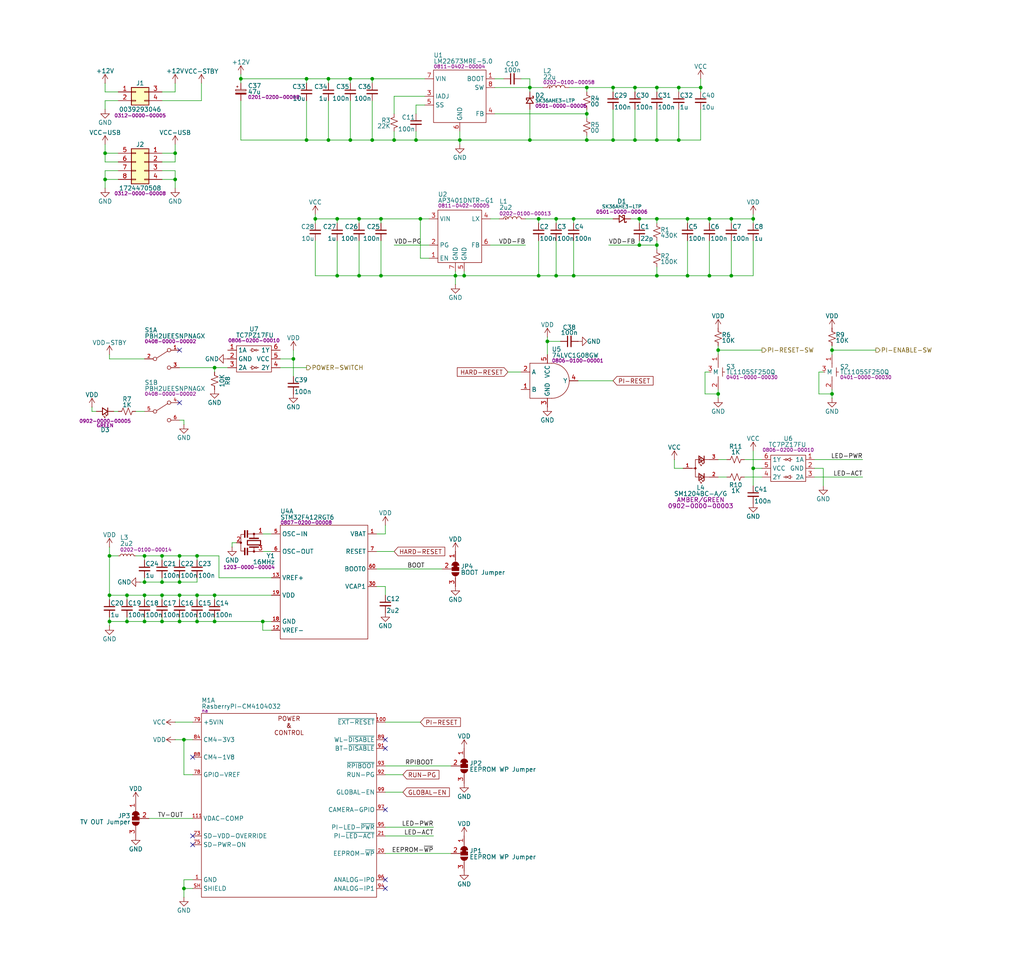
<source format=kicad_sch>
(kicad_sch (version 20231120) (generator "eeschema") (generator_version "8.0")
  (paper "User" 297 280)
  (title_block (title "Benchy Motherboard Ras PI - Power and Control") (rev "1") (company "Daxxn Industries"))
  (lib_symbols
    (symbol "DX_Capacitor_Electro:EEV476M025A9GAA" (pin_numbers hide) (pin_names hide)
      (property "Reference" "C" (at 2.032 1.778 0))
      (property "Value" "47u" (at 2.032 0 0))
      (property "PartNumber" "0201-0200-00008" (at 2.032 -1.524 0))
      (symbol "EEV476M025A9GAA_1_1"
        (pin passive line (at 0 2.54 270) (length 1.8542) (name "+") (number "1"))
        (pin passive line (at 0 -2.54 90) (length 1.8542) (name "-") (number "2"))
      )
    )
    (symbol "DX_Connector_Molex:0039293046" (pin_names (offset 1.016) hide)
      (property "Reference" "J" (at 1.27 2.54 0))
      (property "Value" "0039293046" (at 1.27 -5.08 0))
      (property "PartNumber" "0312-0000-00005" (at 1.27 -6.858 0))
      (symbol "0039293046_1_1"
        (pin passive line (at -5.08 0 0) (length 3.81) (name "") (number "1"))
        (pin passive line (at -5.08 -2.54 0) (length 3.81) (name "") (number "2"))
        (pin passive line (at 7.62 0 180) (length 3.81) (name "") (number "3"))
        (pin passive line (at 7.62 -2.54 180) (length 3.81) (name "") (number "4"))
      )
    )
    (symbol "DX_Connector_Molex:1724470508" (pin_names (offset 1.016) hide)
      (property "Reference" "J" (at 1.27 5.08 0))
      (property "Value" "1724470508" (at 1.27 -7.62 0))
      (property "PartNumber" "0312-0000-00008" (at 1.27 -9.144 0))
      (symbol "1724470508_1_1"
        (pin passive line (at 7.62 2.54 180) (length 3.81) (name "") (number "1"))
        (pin passive line (at 7.62 0 180) (length 3.81) (name "") (number "2"))
        (pin passive line (at 7.62 -2.54 180) (length 3.81) (name "") (number "3"))
        (pin passive line (at 7.62 -5.08 180) (length 3.81) (name "") (number "4"))
        (pin passive line (at -5.08 2.54 0) (length 3.81) (name "") (number "5"))
        (pin passive line (at -5.08 0 0) (length 3.81) (name "") (number "6"))
        (pin passive line (at -5.08 -2.54 0) (length 3.81) (name "") (number "7"))
        (pin passive line (at -5.08 -5.08 0) (length 3.81) (name "") (number "8"))
      )
    )
    (symbol "DX_Control_Button:TL1105VF160Q"
      (property "Reference" "S" (at 0 6.096 0))
      (property "Value" "TL1105SF250Q" (at 0 4.572 0))
      (property "PartNumber" "0401-0000-00030" (at 0 3.048 0))
      (symbol "TL1105VF160Q_0_0"
        (pin passive line (at -5.08 0 0) (length 2.54) (name "~") (number "1"))
        (pin passive line (at 5.08 0 180) (length 2.54) (name "~") (number "2"))
        (pin passive line (at 0 -2.54 90) (length 0.5) (name "M") (number "3"))
      )
    )
    (symbol "DX_Control_Toggle:PBH2UEESNPNAGX" (pin_names hide)
      (property "Reference" "S" (at -2.54 8.382 0))
      (property "Value" "PBH2UEESNPNAGX" (at -2.54 6.604 0))
      (property "PartNumber" "0408-0000-00002" (at -2.54 5.08 0))
      (symbol "PBH2UEESNPNAGX_1_0"
        (pin passive line (at 7.62 2.54 180) (length 2.54) (name "NC1") (number "1"))
        (pin passive line (at -2.54 0 0) (length 2.54) (name "COM1") (number "2"))
        (pin passive line (at 7.62 -2.54 180) (length 2.54) (name "NO1") (number "3"))
      )
      (symbol "PBH2UEESNPNAGX_2_0"
        (pin passive line (at 7.62 2.54 180) (length 2.54) (name "NC2") (number "4"))
        (pin passive line (at -2.54 0 0) (length 2.54) (name "COM2") (number "5"))
        (pin passive line (at 7.62 -2.54 180) (length 2.54) (name "NO2") (number "6"))
      )
    )
    (symbol "DX_Device:C" (pin_numbers hide) (pin_names (offset 0.254) hide)
      (property "Reference" "C" (at 0.254 1.524 0))
      (property "Value" "C" (at 0.254 -1.905 0))
      (symbol "C_1_1"
        (pin passive line (at 0 2.54 270) (length 2.032) (name "~") (number "1"))
        (pin passive line (at 0 -2.54 90) (length 2.032) (name "~") (number "2"))
      )
    )
    (symbol "DX_Device:R" (pin_numbers hide) (pin_names (offset 0.254) hide)
      (property "Reference" "R" (at 1.016 0.635 0))
      (property "Value" "R" (at 1.016 -1.016 0))
      (symbol "R_1_1"
        (pin passive line (at 0 2.54 270) (length 1.016) (name "~") (number "1"))
        (pin passive line (at 0 -2.54 90) (length 1.016) (name "~") (number "2"))
      )
    )
    (symbol "DX_Device_Power:VCC-STBY" (power) (pin_names (offset 0))
      (property "Value" "VCC-STBY" (at 0 3.429 0))
      (symbol "VCC-STBY_1_1"
        (pin power_in line (at 0 0 90) (length 0) hide (name "VCC-STBY") (number "1"))
      )
    )
    (symbol "DX_Device_Power:VCC-USB" (power) (pin_names (offset 0))
      (property "Value" "VCC-USB" (at 0 3.429 0))
      (symbol "VCC-USB_1_1"
        (pin power_in line (at 0 0 90) (length 0) hide (name "VCC-USB") (number "1"))
      )
    )
    (symbol "DX_Device_Power:VDD-STBY" (power) (pin_names (offset 0))
      (property "Value" "VDD-STBY" (at 0 3.429 0))
      (symbol "VDD-STBY_1_1"
        (pin power_in line (at 0 0 90) (length 0) hide (name "VDD-STBY") (number "1"))
      )
    )
    (symbol "DX_Diode_Schottky:SK36AHE3-LTP" (pin_numbers hide) (pin_names hide)
      (property "Reference" "D" (at 0 5.08 0))
      (property "Value" "SK36AHE3-LTP" (at 0 3.556 0))
      (property "PartNumber" "0501-0000-00006" (at 0 2.032 0))
      (symbol "SK36AHE3-LTP_1_1"
        (pin passive line (at -2.54 0 0) (length 1.778) (name "K") (number "1"))
        (pin passive line (at 2.54 0 180) (length 1.778) (name "A") (number "2"))
      )
    )
    (symbol "DX_IC_Logic_AND:74LVC1G08GW"
      (property "Reference" "U" (at 1.27 9.144 0))
      (property "Value" "74LVC1G08GW" (at 1.27 7.366 0))
      (property "PartNumber" "0806-0100-00001" (at 1.27 5.842 0))
      (symbol "74LVC1G08GW_0_0"
        (pin input line (at -7.62 -2.54 0) (length 2.54) (name "B") (number "1"))
        (pin input line (at -7.62 2.54 0) (length 2.54) (name "A") (number "2"))
        (pin power_in line (at 0 -7.62 90) (length 2.54) (name "GND") (number "3"))
        (pin output line (at 8.89 0 180) (length 2.54) (name "Y") (number "4"))
        (pin power_in line (at 0 7.62 270) (length 2.54) (name "VCC") (number "5"))
      )
    )
    (symbol "DX_IC_Logic_Buffer:TC7PZ17FU"
      (property "Reference" "U" (at 7.62 6.096 0))
      (property "Value" "TC7PZ17FU" (at 7.874 4.318 0))
      (property "PartNumber" "0806-0200-00010" (at 7.62 2.794 0))
      (symbol "TC7PZ17FU_0_0"
        (pin unspecified line (at 0 0 0) (length 2.54) (name "1A") (number "1"))
        (pin unspecified line (at 0 -2.54 0) (length 2.54) (name "GND") (number "2"))
        (pin unspecified line (at 0 -5.08 0) (length 2.54) (name "2A") (number "3"))
        (pin unspecified line (at 15.24 -5.08 180) (length 2.54) (name "2Y") (number "4"))
        (pin unspecified line (at 15.24 -2.54 180) (length 2.54) (name "VCC") (number "5"))
        (pin unspecified line (at 15.24 0 180) (length 2.54) (name "1Y") (number "6"))
      )
    )
    (symbol "DX_IC_MCU_ST:STM32F412RGT6"
      (property "Reference" "U" (at 0 4.064 0))
      (property "Value" "STM32F412RGT6" (at 0 2.286 0))
      (property "PartNumber" "0807-0200-00008" (at 0 0.762 0))
      (symbol "STM32F412RGT6_1_0"
        (pin power_in line (at 27.94 -2.54 180) (length 2.54) (name "VBAT") (number "1"))
        (pin power_in line (at -2.54 -30.48 0) (length 2.54) (name "VREF-") (number "12"))
        (pin power_in line (at -2.54 -15.24 0) (length 2.54) (name "VREF+") (number "13"))
        (pin power_in line (at -2.54 -27.94 0) (length 2.54) (name "GND") (number "18"))
        (pin power_in line (at -2.54 -20.32 0) (length 2.54) (name "VDD") (number "19"))
        (pin input line (at 27.94 -17.78 180) (length 2.54) (name "VCAP1") (number "30"))
        (pin power_in line (at -2.54 -27.94 0) (length 2.54) hide (name "GND") (number "31"))
        (pin power_in line (at -2.54 -20.32 0) (length 2.54) hide (name "VDD") (number "32"))
        (pin power_in line (at -2.54 -27.94 0) (length 2.54) hide (name "GND") (number "47"))
        (pin power_in line (at -2.54 -20.32 0) (length 2.54) hide (name "VDD") (number "48"))
        (pin input line (at -2.54 -2.54 0) (length 2.54) (name "OSC-IN") (number "5"))
        (pin output line (at -2.54 -7.62 0) (length 2.54) (name "OSC-OUT") (number "6"))
        (pin input line (at 27.94 -12.7 180) (length 2.54) (name "BOOT0") (number "60"))
        (pin power_in line (at -2.54 -27.94 0) (length 2.54) hide (name "GND") (number "63"))
        (pin power_in line (at -2.54 -20.32 0) (length 2.54) hide (name "VDD") (number "64"))
        (pin input line (at 27.94 -7.62 180) (length 2.54) (name "RESET") (number "7"))
      )
      (symbol "STM32F412RGT6_2_0"
        (pin bidirectional line (at 53.34 -7.62 180) (length 2.54) (name "PC2") (number "10"))
        (pin bidirectional line (at 53.34 -10.16 180) (length 2.54) (name "PC3") (number "11"))
        (pin bidirectional line (at -2.54 -2.54 0) (length 2.54) (name "PA0") (number "14"))
        (pin bidirectional line (at -2.54 -5.08 0) (length 2.54) (name "PA1") (number "15"))
        (pin bidirectional line (at -2.54 -7.62 0) (length 2.54) (name "PA2") (number "16"))
        (pin bidirectional line (at -2.54 -10.16 0) (length 2.54) (name "PA3") (number "17"))
        (pin bidirectional line (at 53.34 -35.56 180) (length 2.54) (name "PC13") (number "2"))
        (pin bidirectional line (at -2.54 -12.7 0) (length 2.54) (name "PA4") (number "20"))
        (pin bidirectional line (at -2.54 -15.24 0) (length 2.54) (name "PA5") (number "21"))
        (pin bidirectional line (at -2.54 -17.78 0) (length 2.54) (name "PA6") (number "22"))
        (pin bidirectional line (at -2.54 -20.32 0) (length 2.54) (name "PA7") (number "23"))
        (pin bidirectional line (at 53.34 -12.7 180) (length 2.54) (name "PC4") (number "24"))
        (pin bidirectional line (at 53.34 -15.24 180) (length 2.54) (name "PC5") (number "25"))
        (pin bidirectional line (at -2.54 -45.72 0) (length 2.54) (name "PB0") (number "26"))
        (pin bidirectional line (at -2.54 -48.26 0) (length 2.54) (name "PB1") (number "27"))
        (pin bidirectional line (at -2.54 -50.8 0) (length 2.54) (name "PB2") (number "28"))
        (pin bidirectional line (at -2.54 -71.12 0) (length 2.54) (name "PB10") (number "29"))
        (pin bidirectional line (at 53.34 -38.1 180) (length 2.54) (name "PC14") (number "3"))
        (pin bidirectional line (at -2.54 -73.66 0) (length 2.54) (name "PB12") (number "33"))
        (pin bidirectional line (at -2.54 -76.2 0) (length 2.54) (name "PB13") (number "34"))
        (pin bidirectional line (at -2.54 -78.74 0) (length 2.54) (name "PB14") (number "35"))
        (pin bidirectional line (at -2.54 -81.28 0) (length 2.54) (name "PB15") (number "36"))
        (pin bidirectional line (at 53.34 -17.78 180) (length 2.54) (name "PC6") (number "37"))
        (pin bidirectional line (at 53.34 -20.32 180) (length 2.54) (name "PC7") (number "38"))
        (pin bidirectional line (at 53.34 -22.86 180) (length 2.54) (name "PC8") (number "39"))
        (pin bidirectional line (at 53.34 -40.64 180) (length 2.54) (name "PC15") (number "4"))
        (pin bidirectional line (at 53.34 -25.4 180) (length 2.54) (name "PC9") (number "40"))
        (pin bidirectional line (at -2.54 -22.86 0) (length 2.54) (name "PA8") (number "41"))
        (pin bidirectional line (at -2.54 -25.4 0) (length 2.54) (name "PA9") (number "42"))
        (pin bidirectional line (at -2.54 -27.94 0) (length 2.54) (name "PA10") (number "43"))
        (pin bidirectional line (at -2.54 -30.48 0) (length 2.54) (name "PA11") (number "44"))
        (pin bidirectional line (at -2.54 -33.02 0) (length 2.54) (name "PA12") (number "45"))
        (pin bidirectional line (at -2.54 -35.56 0) (length 2.54) (name "PA13") (number "46"))
        (pin bidirectional line (at -2.54 -38.1 0) (length 2.54) (name "PA14") (number "49"))
        (pin bidirectional line (at -2.54 -40.64 0) (length 2.54) (name "PA15") (number "50"))
        (pin bidirectional line (at 53.34 -27.94 180) (length 2.54) (name "PC10") (number "51"))
        (pin bidirectional line (at 53.34 -30.48 180) (length 2.54) (name "PC11") (number "52"))
        (pin bidirectional line (at 53.34 -33.02 180) (length 2.54) (name "PC12") (number "53"))
        (pin bidirectional line (at 53.34 -45.72 180) (length 2.54) (name "PD2") (number "54"))
        (pin bidirectional line (at -2.54 -53.34 0) (length 2.54) (name "PB3") (number "55"))
        (pin bidirectional line (at -2.54 -55.88 0) (length 2.54) (name "PB4") (number "56"))
        (pin bidirectional line (at -2.54 -58.42 0) (length 2.54) (name "PB5") (number "57"))
        (pin bidirectional line (at -2.54 -60.96 0) (length 2.54) (name "PB6") (number "58"))
        (pin bidirectional line (at -2.54 -63.5 0) (length 2.54) (name "PB7") (number "59"))
        (pin bidirectional line (at -2.54 -66.04 0) (length 2.54) (name "PB8") (number "61"))
        (pin bidirectional line (at -2.54 -68.58 0) (length 2.54) (name "PB9") (number "62"))
        (pin bidirectional line (at 53.34 -2.54 180) (length 2.54) (name "PC0") (number "8"))
        (pin bidirectional line (at 53.34 -5.08 180) (length 2.54) (name "PC1") (number "9"))
      )
    )
    (symbol "DX_IC_PMIC_Regulator_Switching:AP3401DNTR-G1"
      (property "Reference" "U" (at 0 4.572 0))
      (property "Value" "AP3401DNTR-G1" (at 0 2.794 0))
      (property "PartNumber" "0811-0402-00005" (at 0 1.27 0))
      (symbol "AP3401DNTR-G1_0_0"
        (pin input line (at -2.54 -13.97 0) (length 2.54) (name "EN") (number "1"))
        (pin open_emitter line (at -2.54 -10.16 0) (length 2.54) (name "PG") (number "2"))
        (pin power_in line (at -2.54 -2.54 0) (length 2.54) (name "VIN") (number "3"))
        (pin power_out line (at 15.24 -2.54 180) (length 2.54) (name "LX") (number "4"))
        (pin power_in line (at 7.62 -17.78 90) (length 2.54) (name "GND") (number "5"))
        (pin input line (at 15.24 -10.16 180) (length 2.54) (name "FB") (number "6"))
        (pin power_in line (at 5.08 -17.78 90) (length 2.54) (name "GND") (number "7"))
      )
    )
    (symbol "DX_IC_PMIC_Regulator_Switching:LM22673MRE-5.0"
      (property "Reference" "U" (at -7.62 4.318 0))
      (property "Value" "LM22673MRE-5.0" (at -7.62 2.54 0))
      (property "PartNumber" "0811-0402-00004" (at -7.62 1.016 0))
      (symbol "LM22673MRE-5.0_0_0"
        (pin power_in line (at 10.16 -2.54 180) (length 2.54) (name "BOOT") (number "1"))
        (pin input line (at -10.16 -7.62 0) (length 2.54) (name "IADJ") (number "3"))
        (pin input line (at 10.16 -12.7 180) (length 2.54) (name "FB") (number "4"))
        (pin input line (at -10.16 -10.16 0) (length 2.54) (name "SS") (number "5"))
        (pin power_in line (at 0 -17.78 90) (length 2.54) (name "GND") (number "6"))
        (pin power_in line (at -10.16 -2.54 0) (length 2.54) (name "VIN") (number "7"))
        (pin open_collector line (at 10.16 -5.08 180) (length 2.54) (name "SW") (number "8"))
        (pin power_in line (at 0 -17.78 90) (length 2.54) hide (name "GND") (number "9"))
      )
      (symbol "LM22673MRE-5.0_1_0"
        (pin no_connect line (at 0 -5.08 270) (length 2.54) hide (name "NC") (number "2"))
      )
    )
    (symbol "DX_Inductor:DFE201612E-2R2M=P2" (pin_numbers hide) (pin_names hide)
      (property "Reference" "L" (at 1.016 1.778 0))
      (property "Value" "2u2" (at 1.016 0 0))
      (property "PartNumber" "0202-0100-00014" (at 1.016 -1.778 0))
      (symbol "DFE201612E-2R2M=P2_1_1"
        (pin passive line (at 0 2.54 270) (length 0.508) (name "~") (number "1"))
        (pin passive line (at 0 -2.54 90) (length 0.508) (name "~") (number "2"))
      )
    )
    (symbol "DX_Inductor_Power:74479276222C" (pin_numbers hide) (pin_names hide)
      (property "Reference" "L" (at 1.27 1.778 0))
      (property "Value" "2u2" (at 1.27 0 0))
      (property "PartNumber" "0202-0100-00013" (at 1.27 -1.778 0))
      (symbol "74479276222C_1_1"
        (pin power_in line (at 0 3.81 270) (length 1.27) (name "1") (number "1"))
        (pin power_out line (at 0 -3.81 90) (length 1.27) (name "2") (number "2"))
      )
    )
    (symbol "DX_Inductor_Power:PA4341.223ANLT" (pin_numbers hide) (pin_names hide)
      (property "Reference" "L" (at 1.27 1.778 0))
      (property "Value" "22u" (at 1.27 0 0))
      (property "PartNumber" "0202-0100-00058" (at 1.27 -1.524 0))
      (symbol "PA4341.223ANLT_1_1"
        (pin power_in line (at 0 3.81 270) (length 1.27) (name "1") (number "1"))
        (pin power_out line (at 0 -3.81 90) (length 1.27) (name "2") (number "2"))
      )
    )
    (symbol "DX_LED_Side:SM1204BC-A/G" (pin_names hide)
      (property "Reference" "L" (at 2.54 4.318 0))
      (property "Value" "SM1204BC-A/G" (at 2.54 2.794 0))
      (property "PartNumber" "0902-0000-00003" (at 2.54 -9.398 0))
      (property "Color" "AMBER/GREEN" (at 2.54 -7.62 0))
      (symbol "SM1204BC-A/G_0_0"
        (pin passive line (at 7.62 -2.54 180) (length 2.54) (name "COM") (number "1"))
        (pin passive line (at -2.54 0 0) (length 2.54) (name "AM") (number "2"))
        (pin passive line (at -2.54 -5.08 0) (length 2.54) (name "GR") (number "3"))
      )
      (symbol "SM1204BC-A/G_1_1"
        (text "A" (at 2.54 0 0) (effects (font (size 0.75 0.75))))
        (text "G" (at 2.54 -5.08 0) (effects (font (size 0.75 0.75))))
      )
    )
    (symbol "DX_LED_Side:SM1204SGC" (pin_numbers hide) (pin_names hide)
      (property "Reference" "D" (at 0 5.334 0))
      (property "PartNumber" "0902-0000-00005" (at 0 2.794 0))
      (property "Color" "GREEN" (at 0 4.064 0))
      (symbol "SM1204SGC_1_1"
        (pin passive line (at -2.54 0 0) (length 1.778) (name "K") (number "1"))
        (pin passive line (at 2.54 0 180) (length 1.778) (name "A") (number "2"))
      )
    )
    (symbol "DX_Module_PI:RPI-CM4104032"
      (property "Reference" "M" (at 0 3.81 0))
      (property "Value" "RasberryPI-CM4104032" (at 0 2.032 0))
      (property "PartNumber" "na" (at 0 0.762 0))
      (symbol "RPI-CM4104032_1_0"
        (pin power_in line (at -2.54 -48.26 0) (length 2.54) (name "GND") (number "1"))
        (pin input line (at 53.34 -2.54 180) (length 2.54) (name "~{EXT-RESET}") (number "100"))
        (pin no_connect line (at 20.32 -15.24 0) (length 2.54) hide (name "Reserved") (number "104"))
        (pin no_connect line (at 20.32 -17.78 0) (length 2.54) hide (name "Reserved") (number "106"))
        (pin power_in line (at -2.54 -48.26 0) (length 2.54) hide (name "GND") (number "107"))
        (pin power_in line (at -2.54 -48.26 0) (length 2.54) hide (name "GND") (number "108"))
        (pin bidirectional line (at -2.54 -30.48 0) (length 2.54) (name "VDAC-COMP") (number "111"))
        (pin power_in line (at -2.54 -48.26 0) (length 2.54) hide (name "GND") (number "113"))
        (pin power_in line (at -2.54 -48.26 0) (length 2.54) hide (name "GND") (number "114"))
        (pin power_in line (at -2.54 -48.26 0) (length 2.54) hide (name "GND") (number "119"))
        (pin power_in line (at -2.54 -48.26 0) (length 2.54) hide (name "GND") (number "120"))
        (pin power_in line (at -2.54 -48.26 0) (length 2.54) hide (name "GND") (number "125"))
        (pin power_in line (at -2.54 -48.26 0) (length 2.54) hide (name "GND") (number "126"))
        (pin power_in line (at -2.54 -48.26 0) (length 2.54) hide (name "GND") (number "13"))
        (pin power_in line (at -2.54 -48.26 0) (length 2.54) hide (name "GND") (number "131"))
        (pin power_in line (at -2.54 -48.26 0) (length 2.54) hide (name "GND") (number "132"))
        (pin power_in line (at -2.54 -48.26 0) (length 2.54) hide (name "GND") (number "137"))
        (pin power_in line (at -2.54 -48.26 0) (length 2.54) hide (name "GND") (number "138"))
        (pin power_in line (at -2.54 -48.26 0) (length 2.54) hide (name "GND") (number "14"))
        (pin power_in line (at -2.54 -48.26 0) (length 2.54) hide (name "GND") (number "144"))
        (pin power_in line (at -2.54 -48.26 0) (length 2.54) hide (name "GND") (number "150"))
        (pin power_in line (at -2.54 -48.26 0) (length 2.54) hide (name "GND") (number "155"))
        (pin power_in line (at -2.54 -48.26 0) (length 2.54) hide (name "GND") (number "156"))
        (pin power_in line (at -2.54 -48.26 0) (length 2.54) hide (name "GND") (number "161"))
        (pin power_in line (at -2.54 -48.26 0) (length 2.54) hide (name "GND") (number "162"))
        (pin power_in line (at -2.54 -48.26 0) (length 2.54) hide (name "GND") (number "167"))
        (pin power_in line (at -2.54 -48.26 0) (length 2.54) hide (name "GND") (number "168"))
        (pin power_in line (at -2.54 -48.26 0) (length 2.54) hide (name "GND") (number "173"))
        (pin power_in line (at -2.54 -48.26 0) (length 2.54) hide (name "GND") (number "174"))
        (pin power_in line (at -2.54 -48.26 0) (length 2.54) hide (name "GND") (number "179"))
        (pin power_in line (at -2.54 -48.26 0) (length 2.54) hide (name "GND") (number "180"))
        (pin power_in line (at -2.54 -48.26 0) (length 2.54) hide (name "GND") (number "185"))
        (pin power_in line (at -2.54 -48.26 0) (length 2.54) hide (name "GND") (number "186"))
        (pin power_in line (at -2.54 -48.26 0) (length 2.54) hide (name "GND") (number "191"))
        (pin power_in line (at -2.54 -48.26 0) (length 2.54) hide (name "GND") (number "192"))
        (pin power_in line (at -2.54 -48.26 0) (length 2.54) hide (name "GND") (number "197"))
        (pin power_in line (at -2.54 -48.26 0) (length 2.54) hide (name "GND") (number "198"))
        (pin power_in line (at -2.54 -48.26 0) (length 2.54) hide (name "GND") (number "2"))
        (pin output line (at 53.34 -40.64 180) (length 2.54) (name "EEPROM-~{WP}") (number "20"))
        (pin output line (at 53.34 -35.56 180) (length 2.54) (name "PI-~{LED-ACT}") (number "21"))
        (pin power_in line (at -2.54 -48.26 0) (length 2.54) hide (name "GND") (number "22"))
        (pin power_in line (at -2.54 -48.26 0) (length 2.54) hide (name "GND") (number "23"))
        (pin power_in line (at -2.54 -48.26 0) (length 2.54) hide (name "GND") (number "32"))
        (pin power_in line (at -2.54 -48.26 0) (length 2.54) hide (name "GND") (number "33"))
        (pin power_in line (at -2.54 -48.26 0) (length 2.54) hide (name "GND") (number "42"))
        (pin power_in line (at -2.54 -48.26 0) (length 2.54) hide (name "GND") (number "43"))
        (pin power_in line (at -2.54 -48.26 0) (length 2.54) hide (name "GND") (number "52"))
        (pin power_in line (at -2.54 -48.26 0) (length 2.54) hide (name "GND") (number "53"))
        (pin power_in line (at -2.54 -48.26 0) (length 2.54) hide (name "GND") (number "59"))
        (pin power_in line (at -2.54 -48.26 0) (length 2.54) hide (name "GND") (number "60"))
        (pin power_in line (at -2.54 -48.26 0) (length 2.54) hide (name "GND") (number "65"))
        (pin power_in line (at -2.54 -48.26 0) (length 2.54) hide (name "GND") (number "66"))
        (pin power_in line (at -2.54 -48.26 0) (length 2.54) hide (name "GND") (number "7"))
        (pin power_in line (at -2.54 -48.26 0) (length 2.54) hide (name "GND") (number "71"))
        (pin input line (at -2.54 -35.56 0) (length 2.54) (name "SD-VDD-OVERRIDE") (number "73"))
        (pin power_in line (at -2.54 -48.26 0) (length 2.54) hide (name "GND") (number "74"))
        (pin input line (at -2.54 -38.1 0) (length 2.54) (name "SD-PWR-ON") (number "75"))
        (pin no_connect line (at 20.32 -12.7 0) (length 2.54) hide (name "Reserved") (number "76"))
        (pin power_in line (at -2.54 -2.54 0) (length 2.54) hide (name "+5VIN") (number "77"))
        (pin input line (at -2.54 -17.78 0) (length 2.54) (name "GPIO-VREF") (number "78"))
        (pin power_in line (at -2.54 -2.54 0) (length 2.54) (name "+5VIN") (number "79"))
        (pin power_in line (at -2.54 -48.26 0) (length 2.54) hide (name "GND") (number "8"))
        (pin power_in line (at -2.54 -2.54 0) (length 2.54) hide (name "+5VIN") (number "81"))
        (pin power_in line (at -2.54 -2.54 0) (length 2.54) hide (name "+5VIN") (number "83"))
        (pin power_out line (at -2.54 -7.62 0) (length 2.54) (name "CM4-3V3") (number "84"))
        (pin power_in line (at -2.54 -2.54 0) (length 2.54) hide (name "+5VIN") (number "85"))
        (pin power_out line (at -2.54 -7.62 0) (length 2.54) hide (name "CM4-3V3") (number "86"))
        (pin power_in line (at -2.54 -2.54 0) (length 2.54) hide (name "+5VIN") (number "87"))
        (pin power_out line (at -2.54 -12.7 0) (length 2.54) (name "CM4-1V8") (number "88"))
        (pin input line (at 53.34 -7.62 180) (length 2.54) (name "WL-~{DISABLE}") (number "89"))
        (pin power_out line (at -2.54 -12.7 0) (length 2.54) hide (name "CM4-1V8") (number "90"))
        (pin input line (at 53.34 -10.16 180) (length 2.54) (name "BT-~{DISABLE}") (number "91"))
        (pin bidirectional line (at 53.34 -17.78 180) (length 2.54) (name "RUN-PG") (number "92"))
        (pin input line (at 53.34 -15.24 180) (length 2.54) (name "~{RPIBOOT}") (number "93"))
        (pin input line (at 53.34 -50.8 180) (length 2.54) (name "ANALOG-IP1") (number "94"))
        (pin input line (at 53.34 -33.02 180) (length 2.54) (name "PI-LED-~{PWR}") (number "95"))
        (pin input line (at 53.34 -48.26 180) (length 2.54) (name "ANALOG-IP0") (number "96"))
        (pin input line (at 53.34 -27.94 180) (length 2.54) (name "CAMERA-GPIO") (number "97"))
        (pin power_in line (at -2.54 -48.26 0) (length 2.54) hide (name "GND") (number "98"))
        (pin input line (at 53.34 -22.86 180) (length 2.54) (name "GLOBAL-EN") (number "99"))
        (pin power_in line (at -2.54 -50.8 0) (length 2.54) (name "SHIELD") (number "SH"))
      )
      (symbol "RPI-CM4104032_1_1"
        (text "POWER\n&\nCONTROL" (at 25.4 -3.556 0) (effects (font (size 1.27 1.27))))
      )
      (symbol "RPI-CM4104032_2_0"
        (pin output line (at -2.54 -25.4 0) (length 2.54) (name "SD-CLK") (number "57"))
        (pin bidirectional line (at -2.54 -10.16 0) (length 2.54) (name "SD-DAT3") (number "61"))
        (pin output line (at -2.54 -27.94 0) (length 2.54) (name "SD-CMD") (number "62"))
        (pin bidirectional line (at -2.54 -2.54 0) (length 2.54) (name "SD-DAT0") (number "63"))
        (pin bidirectional line (at -2.54 -15.24 0) (length 2.54) (name "SD-DAT5") (number "64"))
        (pin bidirectional line (at -2.54 -5.08 0) (length 2.54) (name "SD-DAT1") (number "67"))
        (pin bidirectional line (at -2.54 -12.7 0) (length 2.54) (name "SD-DAT4") (number "68"))
        (pin bidirectional line (at -2.54 -7.62 0) (length 2.54) (name "SD-DAT2") (number "69"))
        (pin bidirectional line (at -2.54 -20.32 0) (length 2.54) (name "SD-DAT7") (number "70"))
        (pin bidirectional line (at -2.54 -17.78 0) (length 2.54) (name "SD-DAT6") (number "72"))
      )
      (symbol "RPI-CM4104032_2_1"
        (text "ONLY FOR THE CM4Lite (NO STORAGE)" (at 12.7 -29.718 0) (effects (font (size 0.8 0.8))))
        (text "SDCARD\neMMC" (at 24.892 -2.54 0) (effects (font (size 1.27 1.27)) (justify right)))
      )
      (symbol "RPI-CM4104032_3_0"
        (pin bidirectional line (at -2.54 -5.08 0) (length 2.54) (name "ETH-P0-") (number "10"))
        (pin bidirectional line (at -2.54 -17.78 0) (length 2.54) (name "ETH-P2+") (number "11"))
        (pin bidirectional line (at -2.54 -2.54 0) (length 2.54) (name "ETH-P0+") (number "12"))
        (pin output line (at -2.54 -45.72 0) (length 2.54) (name "ETH-~{LED3}") (number "15"))
        (pin input line (at -2.54 -33.02 0) (length 2.54) (name "ETH-SYNC-IN") (number "16"))
        (pin output line (at -2.54 -43.18 0) (length 2.54) (name "ETH-~{LED2}") (number "17"))
        (pin output line (at -2.54 -35.56 0) (length 2.54) (name "ETH-SYNC-OUT") (number "18"))
        (pin output line (at -2.54 -40.64 0) (length 2.54) (name "ETH-~{LED1}") (number "19"))
        (pin bidirectional line (at -2.54 -25.4 0) (length 2.54) (name "ETH-P3+") (number "3"))
        (pin bidirectional line (at -2.54 -10.16 0) (length 2.54) (name "ETH-P1+") (number "4"))
        (pin bidirectional line (at -2.54 -27.94 0) (length 2.54) (name "ETH-P3-") (number "5"))
        (pin bidirectional line (at -2.54 -12.7 0) (length 2.54) (name "ETH-P1-") (number "6"))
        (pin bidirectional line (at -2.54 -20.32 0) (length 2.54) (name "ETH-P2-") (number "9"))
      )
      (symbol "RPI-CM4104032_3_1"
        (text "ETHERNET PHY" (at 24.892 -1.524 0) (effects (font (size 1.27 1.27)) (justify right)))
      )
      (symbol "RPI-CM4104032_4_0"
        (pin bidirectional line (at -2.54 -68.58 0) (length 2.54) (name "GPIO26") (number "24"))
        (pin bidirectional line (at -2.54 -55.88 0) (length 2.54) (name "GPIO21") (number "25") (alternate "SPI6_SCLK" bidirectional line))
        (pin bidirectional line (at -2.54 -50.8 0) (length 2.54) (name "GPIO19") (number "26") (alternate "PWM0_1" bidirectional line) (alternate "SPI6_MISO" bidirectional line))
        (pin bidirectional line (at -2.54 -53.34 0) (length 2.54) (name "GPIO20") (number "27") (alternate "SPI6_MOSI" bidirectional line))
        (pin bidirectional line (at -2.54 -35.56 0) (length 2.54) (name "GPIO13") (number "28") (alternate "PWM0_1" bidirectional line))
        (pin bidirectional line (at -2.54 -43.18 0) (length 2.54) (name "GPIO16") (number "29"))
        (pin bidirectional line (at -2.54 -17.78 0) (length 2.54) (name "GPIO6") (number "30"))
        (pin bidirectional line (at -2.54 -33.02 0) (length 2.54) (name "GPIO12") (number "31") (alternate "PWM0_0" bidirectional line))
        (pin bidirectional line (at -2.54 -15.24 0) (length 2.54) (name "GPIO5") (number "34") (alternate "RXD3" bidirectional line))
        (pin output line (at -2.54 -76.2 0) (length 2.54) (name "ID-SCL") (number "35"))
        (pin bidirectional line (at -2.54 -78.74 0) (length 2.54) (name "ID-SDA") (number "36"))
        (pin bidirectional line (at -2.54 -20.32 0) (length 2.54) (name "GPIO7") (number "37"))
        (pin bidirectional line (at -2.54 -30.48 0) (length 2.54) (name "GPIO11") (number "38"))
        (pin bidirectional line (at -2.54 -22.86 0) (length 2.54) (name "GPIO8") (number "39") (alternate "TXD4" bidirectional line))
        (pin bidirectional line (at -2.54 -25.4 0) (length 2.54) (name "GPIO9") (number "40") (alternate "RXD4" bidirectional line))
        (pin bidirectional line (at -2.54 -66.04 0) (length 2.54) (name "GPIO25") (number "41"))
        (pin bidirectional line (at -2.54 -27.94 0) (length 2.54) (name "GPIO10") (number "44"))
        (pin bidirectional line (at -2.54 -63.5 0) (length 2.54) (name "GPIO24") (number "45"))
        (pin bidirectional line (at -2.54 -58.42 0) (length 2.54) (name "GPIO22") (number "46"))
        (pin bidirectional line (at -2.54 -60.96 0) (length 2.54) (name "GPIO23") (number "47"))
        (pin bidirectional line (at -2.54 -71.12 0) (length 2.54) (name "GPIO27") (number "48"))
        (pin bidirectional line (at -2.54 -48.26 0) (length 2.54) (name "GPIO18") (number "49") (alternate "PWM0_0" bidirectional line) (alternate "SPI6_CE0_N" bidirectional line))
        (pin bidirectional line (at -2.54 -45.72 0) (length 2.54) (name "GPIO17") (number "50"))
        (pin bidirectional line (at -2.54 -40.64 0) (length 2.54) (name "GPIO15") (number "51") (alternate "RXD0" bidirectional line))
        (pin bidirectional line (at -2.54 -12.7 0) (length 2.54) (name "GPIO4") (number "54") (alternate "TXD3" bidirectional line))
        (pin bidirectional line (at -2.54 -38.1 0) (length 2.54) (name "GPIO14") (number "55") (alternate "TXD0" bidirectional line))
        (pin bidirectional line (at -2.54 -10.16 0) (length 2.54) (name "GPIO3") (number "56"))
        (pin bidirectional line (at -2.54 -7.62 0) (length 2.54) (name "GPIO2") (number "58"))
        (pin bidirectional line (at -2.54 -5.08 0) (length 2.54) (name "GPIO1") (number "80") (alternate "SCL0" bidirectional line))
        (pin bidirectional line (at -2.54 -2.54 0) (length 2.54) (name "GPIO0") (number "82") (alternate "SDA0" bidirectional line))
      )
      (symbol "RPI-CM4104032_4_1"
        (text "GPIO" (at 24.892 -1.524 0) (effects (font (size 1.27 1.27)) (justify right)))
      )
      (symbol "RPI-CM4104032_5_0"
        (pin bidirectional line (at -2.54 -35.56 0) (length 2.54) (name "CAM1-D0-") (number "115"))
        (pin bidirectional line (at -2.54 -33.02 0) (length 2.54) (name "CAM1-D0+") (number "117"))
        (pin bidirectional line (at -2.54 -43.18 0) (length 2.54) (name "CAM1-D1-") (number "121"))
        (pin bidirectional line (at -2.54 -40.64 0) (length 2.54) (name "CAM1-D1+") (number "123"))
        (pin bidirectional line (at -2.54 -27.94 0) (length 2.54) (name "CAM1-CLK-") (number "127"))
        (pin bidirectional line (at -2.54 -12.7 0) (length 2.54) (name "CAM0-D0-") (number "128"))
        (pin bidirectional line (at -2.54 -25.4 0) (length 2.54) (name "CAM1-CLK+") (number "129"))
        (pin bidirectional line (at -2.54 -10.16 0) (length 2.54) (name "CAM0-D0+") (number "130"))
        (pin bidirectional line (at -2.54 -50.8 0) (length 2.54) (name "CAM1-D2-") (number "133"))
        (pin bidirectional line (at -2.54 -20.32 0) (length 2.54) (name "CAM0-D1-") (number "134"))
        (pin bidirectional line (at -2.54 -48.26 0) (length 2.54) (name "CAM1-D2+") (number "135"))
        (pin bidirectional line (at -2.54 -17.78 0) (length 2.54) (name "CAM0-D1+") (number "136"))
        (pin bidirectional line (at -2.54 -58.42 0) (length 2.54) (name "CAM1-D3-") (number "139"))
        (pin bidirectional line (at -2.54 -5.08 0) (length 2.54) (name "CAM0-CLK-") (number "140"))
        (pin bidirectional line (at -2.54 -55.88 0) (length 2.54) (name "CAM1-D3+") (number "141"))
        (pin bidirectional line (at -2.54 -2.54 0) (length 2.54) (name "CAM0-CLK+") (number "142"))
      )
      (symbol "RPI-CM4104032_5_1"
        (text "CAMERAS" (at 24.892 -1.524 0) (effects (font (size 1.27 1.27)) (justify right)))
      )
      (symbol "RPI-CM4104032_6_0"
        (pin bidirectional line (at -2.54 -12.7 0) (length 2.54) (name "DSI0-D0-") (number "157"))
        (pin bidirectional line (at -2.54 -10.16 0) (length 2.54) (name "DSI0-D0+") (number "159"))
        (pin bidirectional line (at -2.54 -20.32 0) (length 2.54) (name "DSI0-D1-") (number "163"))
        (pin bidirectional line (at -2.54 -17.78 0) (length 2.54) (name "DSI0-D1+") (number "165"))
        (pin output line (at -2.54 -5.08 0) (length 2.54) (name "DSI0-CLK-") (number "169"))
        (pin output line (at -2.54 -2.54 0) (length 2.54) (name "DSI0-CLK+") (number "171"))
        (pin bidirectional line (at -2.54 -35.56 0) (length 2.54) (name "DSI1-D0-") (number "175"))
        (pin bidirectional line (at -2.54 -33.02 0) (length 2.54) (name "DSI1-D0+") (number "177"))
        (pin bidirectional line (at -2.54 -43.18 0) (length 2.54) (name "DSI1-D1-") (number "181"))
        (pin bidirectional line (at -2.54 -40.64 0) (length 2.54) (name "DSI1-D1+") (number "183"))
        (pin output line (at -2.54 -27.94 0) (length 2.54) (name "DSI1-C-") (number "187"))
        (pin output line (at -2.54 -25.4 0) (length 2.54) (name "DSI1-C+") (number "189"))
        (pin bidirectional line (at -2.54 -50.8 0) (length 2.54) (name "DSI1-D2-") (number "193"))
        (pin bidirectional line (at -2.54 -58.42 0) (length 2.54) (name "DSI1-D3-") (number "194"))
        (pin bidirectional line (at -2.54 -48.26 0) (length 2.54) (name "DSI1-D2+") (number "195"))
        (pin bidirectional line (at -2.54 -55.88 0) (length 2.54) (name "DSI1-D3+") (number "196"))
      )
      (symbol "RPI-CM4104032_6_1"
        (text "DSI" (at 24.892 -1.524 0) (effects (font (size 1.27 1.27)) (justify right)))
      )
      (symbol "RPI-CM4104032_7_0"
        (pin input line (at 53.34 -33.02 180) (length 2.54) (name "HDMI1-HOTPLUG") (number "143"))
        (pin bidirectional line (at 53.34 -40.64 180) (length 2.54) (name "HDMI1-SDA") (number "145"))
        (pin bidirectional line (at 53.34 -25.4 180) (length 2.54) (name "HDMI1-TX2+") (number "146"))
        (pin bidirectional line (at 53.34 -38.1 180) (length 2.54) (name "HDMI1-SCL") (number "147"))
        (pin bidirectional line (at 53.34 -27.94 180) (length 2.54) (name "HDMI1-TX2-") (number "148"))
        (pin bidirectional line (at 53.34 -35.56 180) (length 2.54) (name "HDMI1-CEC") (number "149"))
        (pin bidirectional line (at -2.54 -35.56 0) (length 2.54) (name "HDMI0-CEC") (number "151"))
        (pin bidirectional line (at 53.34 -17.78 180) (length 2.54) (name "HDMI1-TX1+") (number "152"))
        (pin input line (at -2.54 -33.02 0) (length 2.54) (name "HDMI0-HOTPLUG") (number "153"))
        (pin bidirectional line (at 53.34 -20.32 180) (length 2.54) (name "HDMI1-TX1-") (number "154"))
        (pin bidirectional line (at 53.34 -10.16 180) (length 2.54) (name "HDMI1-TX0+") (number "158"))
        (pin bidirectional line (at 53.34 -12.7 180) (length 2.54) (name "HDMI1-TX0-") (number "160"))
        (pin bidirectional line (at 53.34 -2.54 180) (length 2.54) (name "HDMI1-CLK+") (number "164"))
        (pin bidirectional line (at 53.34 -5.08 180) (length 2.54) (name "HDMI1-CLK-") (number "166"))
        (pin bidirectional line (at -2.54 -25.4 0) (length 2.54) (name "HDMI0-TX2+") (number "170"))
        (pin bidirectional line (at -2.54 -27.94 0) (length 2.54) (name "HDMI0-TX2-") (number "172"))
        (pin bidirectional line (at -2.54 -17.78 0) (length 2.54) (name "HDMI0-TX1+") (number "176"))
        (pin bidirectional line (at -2.54 -20.32 0) (length 2.54) (name "HDMI0-TX1-") (number "178"))
        (pin bidirectional line (at -2.54 -10.16 0) (length 2.54) (name "HDMI0-TX0+") (number "182"))
        (pin bidirectional line (at -2.54 -12.7 0) (length 2.54) (name "HDMI0-TX0-") (number "184"))
        (pin bidirectional line (at -2.54 -2.54 0) (length 2.54) (name "HDMI0-CLK+") (number "188"))
        (pin bidirectional line (at -2.54 -5.08 0) (length 2.54) (name "HDMI0-CLK-") (number "190"))
        (pin bidirectional line (at -2.54 -40.64 0) (length 2.54) (name "HDMI0-SDA") (number "199"))
        (pin bidirectional line (at -2.54 -38.1 0) (length 2.54) (name "HDMI0-SCL") (number "200"))
      )
      (symbol "RPI-CM4104032_7_1"
        (text "HDMI" (at 25.4 -1.524 0) (effects (font (size 1.27 1.27))))
      )
      (symbol "RPI-CM4104032_8_0"
        (pin bidirectional line (at -2.54 -5.08 0) (length 2.54) (name "PCIe-CLK-~{REQ}") (number "102"))
        (pin output line (at -2.54 -2.54 0) (length 2.54) (name "PCIe-~{RESET}") (number "109"))
        (pin output line (at -2.54 -10.16 0) (length 2.54) (name "PCIe-CLK+") (number "110"))
        (pin output line (at -2.54 -12.7 0) (length 2.54) (name "PCIe-CLK-") (number "112"))
        (pin bidirectional line (at -2.54 -25.4 0) (length 2.54) (name "PCIe-RX+") (number "116"))
        (pin bidirectional line (at -2.54 -27.94 0) (length 2.54) (name "PCIe-RX-") (number "118"))
        (pin bidirectional line (at -2.54 -17.78 0) (length 2.54) (name "PCIe-TX+") (number "122"))
        (pin bidirectional line (at -2.54 -20.32 0) (length 2.54) (name "PCIe-TX-") (number "124"))
      )
      (symbol "RPI-CM4104032_8_1"
        (text "PCIe" (at 24.892 -1.27 0) (effects (font (size 1.27 1.27)) (justify right)))
      )
      (symbol "RPI-CM4104032_9_0"
        (pin input line (at -2.54 -2.54 0) (length 2.54) (name "USB-OTG-ID") (number "101"))
        (pin bidirectional line (at -2.54 -10.16 0) (length 2.54) (name "USB-D-") (number "103"))
        (pin bidirectional line (at -2.54 -7.62 0) (length 2.54) (name "USB-D+") (number "105"))
      )
      (symbol "RPI-CM4104032_9_1"
        (text "USB" (at 24.892 -1.27 0) (effects (font (size 1.27 1.27)) (justify right)))
      )
    )
    (symbol "DX_Oscillator_Resonator:CSTNE16M0V530000R0"
      (property "Reference" "Y" (at 4.318 0.762 0))
      (property "Value" "16MHz" (at 4.318 -1.016 0))
      (property "PartNumber" "1203-0000-00004" (at 4.318 -2.54 0))
      (symbol "CSTNE16M0V530000R0_1_1"
        (pin passive line (at -2.54 2.54 270) (length 1.27) (name "1") (number "1"))
        (pin passive line (at 0 -5.08 90) (length 1.27) (name "2") (number "2"))
        (pin passive line (at 2.54 2.54 270) (length 1.27) (name "3") (number "3"))
      )
    )
    (symbol "Jumper:SolderJumper_3_Bridged12" (pin_names (offset 0) hide) (exclude_from_sim yes) (in_bom no)
      (property "Reference" "JP" (at -2.54 -2.54 0))
      (property "Value" "SolderJumper_3_Bridged12" (at 0 2.794 0))
      (symbol "SolderJumper_3_Bridged12_1_1"
        (pin passive line (at -5.08 0 0) (length 2.54) (name "A") (number "1"))
        (pin passive line (at 0 -3.81 90) (length 2.54) (name "C") (number "2"))
        (pin passive line (at 5.08 0 180) (length 2.54) (name "B") (number "3"))
      )
    )
    (symbol "power:+12V" (power) (pin_numbers hide) (pin_names (offset 0) hide)
      (property "Value" "+12V" (at 0 3.556 0))
      (symbol "+12V_1_1"
        (pin power_in line (at 0 0 90) (length 0) (name "~") (number "1"))
      )
    )
    (symbol "power:GND" (power) (pin_numbers hide) (pin_names (offset 0) hide)
      (property "Value" "GND" (at 0 -3.81 0))
      (symbol "GND_1_1"
        (pin power_in line (at 0 0 270) (length 0) (name "~") (number "1"))
      )
    )
    (symbol "power:VCC" (power) (pin_numbers hide) (pin_names (offset 0) hide)
      (property "Value" "VCC" (at 0 3.556 0))
      (symbol "VCC_1_1"
        (pin power_in line (at 0 0 90) (length 0) (name "~") (number "1"))
      )
    )
    (symbol "power:VDD" (power) (pin_numbers hide) (pin_names (offset 0) hide)
      (property "Value" "VDD" (at 0 3.556 0))
      (symbol "VDD_1_1"
        (pin power_in line (at 0 0 90) (length 0) (name "~") (number "1"))
      )
    )
  )
  (junction (at 62.23 106.68))
  (junction (at 76.2 180.34))
  (junction (at 132.08 80.01))
  (junction (at 36.83 180.34))
  (junction (at 53.34 257.81))
  (junction (at 62.23 172.72))
  (junction (at 97.79 80.01))
  (junction (at 31.75 172.72))
  (junction (at 50.8 44.45))
  (junction (at 212.09 80.01))
  (junction (at 218.44 63.5))
  (junction (at 53.34 214.63))
  (junction (at 133.35 40.64))
  (junction (at 177.8 25.4))
  (junction (at 41.91 161.29))
  (junction (at 31.75 161.29))
  (junction (at 208.28 101.6))
  (junction (at 156.21 63.5))
  (junction (at 36.83 172.72))
  (junction (at 153.67 25.4))
  (junction (at 41.91 172.72))
  (junction (at 190.5 25.4))
  (junction (at 166.37 63.5))
  (junction (at 69.85 22.86))
  (junction (at 166.37 80.01))
  (junction (at 46.99 180.34))
  (junction (at 199.39 80.01))
  (junction (at 46.99 161.29))
  (junction (at 31.75 180.34))
  (junction (at 199.39 63.5))
  (junction (at 50.8 52.07))
  (junction (at 110.49 63.5))
  (junction (at 110.49 80.01))
  (junction (at 196.85 40.64))
  (junction (at 52.07 168.91))
  (junction (at 190.5 80.01))
  (junction (at 30.48 52.07))
  (junction (at 212.09 63.5))
  (junction (at 52.07 172.72))
  (junction (at 185.42 71.12))
  (junction (at 203.2 25.4))
  (junction (at 95.25 40.64))
  (junction (at 57.15 161.29))
  (junction (at 161.29 63.5))
  (junction (at 114.3 40.64))
  (junction (at 241.3 114.3))
  (junction (at 41.91 180.34))
  (junction (at 107.95 40.64))
  (junction (at 57.15 172.72))
  (junction (at 156.21 80.01))
  (junction (at 241.3 101.6))
  (junction (at 177.8 40.64))
  (junction (at 52.07 161.29))
  (junction (at 88.9 22.86))
  (junction (at 205.74 80.01))
  (junction (at 104.14 80.01))
  (junction (at 190.5 63.5))
  (junction (at 30.48 44.45))
  (junction (at 161.29 80.01))
  (junction (at 205.74 63.5))
  (junction (at 57.15 180.34))
  (junction (at 184.15 40.64))
  (junction (at 85.09 104.14))
  (junction (at 104.14 63.5))
  (junction (at 121.92 63.5))
  (junction (at 91.44 63.5))
  (junction (at 208.28 114.3))
  (junction (at 170.18 40.64))
  (junction (at 158.75 99.06))
  (junction (at 62.23 180.34))
  (junction (at 95.25 22.86))
  (junction (at 190.5 40.64))
  (junction (at 46.99 172.72))
  (junction (at 120.65 40.64))
  (junction (at 134.62 80.01))
  (junction (at 218.44 135.89))
  (junction (at 170.18 33.02))
  (junction (at 97.79 63.5))
  (junction (at 101.6 22.86))
  (junction (at 107.95 22.86))
  (junction (at 88.9 40.64))
  (junction (at 190.5 71.12))
  (junction (at 46.99 168.91))
  (junction (at 184.15 25.4))
  (junction (at 153.67 40.64))
  (junction (at 196.85 25.4))
  (junction (at 52.07 180.34))
  (junction (at 101.6 40.64))
  (junction (at 170.18 25.4))
  (junction (at 185.42 63.5))
  (junction (at 41.91 168.91))
  (no_connect (at 55.88 242.57))
  (no_connect (at 55.88 219.71))
  (no_connect (at 55.88 245.11))
  (no_connect (at 111.76 255.27))
  (no_connect (at 52.07 116.84))
  (no_connect (at 111.76 214.63))
  (no_connect (at 111.76 217.17))
  (no_connect (at 52.07 101.6))
  (no_connect (at 111.76 234.95))
  (no_connect (at 111.76 257.81))
  (wire (pts (xy 190.5 31.75) (xy 190.5 40.64)))
  (wire (pts (xy 156.21 69.85) (xy 156.21 80.01)))
  (wire (pts (xy 184.15 25.4) (xy 190.5 25.4)))
  (wire (pts (xy 85.09 104.14) (xy 85.09 101.6)))
  (wire (pts (xy 95.25 22.86) (xy 95.25 24.13)))
  (wire (pts (xy 104.14 63.5) (xy 110.49 63.5)))
  (wire (pts (xy 220.98 135.89) (xy 218.44 135.89)))
  (wire (pts (xy 167.64 110.49) (xy 177.8 110.49)))
  (wire (pts (xy 237.49 114.3) (xy 241.3 114.3)))
  (wire (pts (xy 40.64 168.91) (xy 41.91 168.91)))
  (wire (pts (xy 88.9 22.86) (xy 95.25 22.86)))
  (wire (pts (xy 152.4 63.5) (xy 156.21 63.5)))
  (wire (pts (xy 133.35 38.1) (xy 133.35 40.64)))
  (wire (pts (xy 190.5 25.4) (xy 196.85 25.4)))
  (wire (pts (xy 132.08 80.01) (xy 132.08 78.74)))
  (wire (pts (xy 57.15 167.64) (xy 57.15 168.91)))
  (wire (pts (xy 111.76 224.79) (xy 116.84 224.79)))
  (wire (pts (xy 114.3 38.1) (xy 114.3 40.64)))
  (wire (pts (xy 91.44 63.5) (xy 97.79 63.5)))
  (wire (pts (xy 124.46 74.93) (xy 121.92 74.93)))
  (wire (pts (xy 195.58 133.35) (xy 195.58 135.89)))
  (wire (pts (xy 185.42 63.5) (xy 185.42 64.77)))
  (wire (pts (xy 184.15 40.64) (xy 190.5 40.64)))
  (wire (pts (xy 153.67 25.4) (xy 157.48 25.4)))
  (wire (pts (xy 111.76 222.25) (xy 130.81 222.25)))
  (wire (pts (xy 156.21 80.01) (xy 134.62 80.01)))
  (wire (pts (xy 69.85 29.21) (xy 69.85 40.64)))
  (wire (pts (xy 177.8 40.64) (xy 184.15 40.64)))
  (wire (pts (xy 46.99 26.67) (xy 50.8 26.67)))
  (wire (pts (xy 134.62 78.74) (xy 134.62 80.01)))
  (wire (pts (xy 205.74 80.01) (xy 199.39 80.01)))
  (wire (pts (xy 55.88 224.79) (xy 53.34 224.79)))
  (wire (pts (xy 88.9 40.64) (xy 95.25 40.64)))
  (wire (pts (xy 30.48 29.21) (xy 34.29 29.21)))
  (wire (pts (xy 91.44 80.01) (xy 97.79 80.01)))
  (wire (pts (xy 30.48 26.67) (xy 30.48 24.13)))
  (wire (pts (xy 57.15 172.72) (xy 57.15 173.99)))
  (wire (pts (xy 30.48 52.07) (xy 30.48 54.61)))
  (wire (pts (xy 101.6 22.86) (xy 101.6 24.13)))
  (wire (pts (xy 165.1 25.4) (xy 170.18 25.4)))
  (wire (pts (xy 52.07 161.29) (xy 52.07 162.56)))
  (wire (pts (xy 53.34 224.79) (xy 53.34 214.63)))
  (wire (pts (xy 107.95 22.86) (xy 123.19 22.86)))
  (wire (pts (xy 41.91 168.91) (xy 46.99 168.91)))
  (wire (pts (xy 46.99 29.21) (xy 58.42 29.21)))
  (wire (pts (xy 52.07 168.91) (xy 46.99 168.91)))
  (wire (pts (xy 34.29 52.07) (xy 30.48 52.07)))
  (wire (pts (xy 46.99 161.29) (xy 52.07 161.29)))
  (wire (pts (xy 69.85 21.59) (xy 69.85 22.86)))
  (wire (pts (xy 218.44 63.5) (xy 218.44 64.77)))
  (wire (pts (xy 31.75 172.72) (xy 36.83 172.72)))
  (wire (pts (xy 30.48 46.99) (xy 30.48 44.45)))
  (wire (pts (xy 133.35 40.64) (xy 153.67 40.64)))
  (wire (pts (xy 52.07 167.64) (xy 52.07 168.91)))
  (wire (pts (xy 190.5 25.4) (xy 190.5 26.67)))
  (wire (pts (xy 166.37 80.01) (xy 161.29 80.01)))
  (wire (pts (xy 36.83 172.72) (xy 41.91 172.72)))
  (wire (pts (xy 120.65 38.1) (xy 120.65 40.64)))
  (wire (pts (xy 31.75 102.87) (xy 31.75 104.14)))
  (wire (pts (xy 50.8 209.55) (xy 55.88 209.55)))
  (wire (pts (xy 147.32 107.95) (xy 151.13 107.95)))
  (wire (pts (xy 111.76 209.55) (xy 121.92 209.55)))
  (wire (pts (xy 196.85 25.4) (xy 196.85 26.67)))
  (wire (pts (xy 132.08 80.01) (xy 132.08 82.55)))
  (wire (pts (xy 111.76 154.94) (xy 109.22 154.94)))
  (wire (pts (xy 31.75 158.75) (xy 31.75 161.29)))
  (wire (pts (xy 95.25 29.21) (xy 95.25 40.64)))
  (wire (pts (xy 67.31 157.48) (xy 68.58 157.48)))
  (wire (pts (xy 62.23 106.68) (xy 62.23 107.95)))
  (wire (pts (xy 30.48 49.53) (xy 30.48 52.07)))
  (wire (pts (xy 156.21 63.5) (xy 156.21 64.77)))
  (wire (pts (xy 177.8 25.4) (xy 177.8 26.67)))
  (wire (pts (xy 182.88 63.5) (xy 185.42 63.5)))
  (wire (pts (xy 199.39 63.5) (xy 205.74 63.5)))
  (wire (pts (xy 107.95 22.86) (xy 107.95 24.13)))
  (wire (pts (xy 208.28 100.33) (xy 208.28 101.6)))
  (wire (pts (xy 170.18 39.37) (xy 170.18 40.64)))
  (wire (pts (xy 41.91 180.34) (xy 36.83 180.34)))
  (wire (pts (xy 46.99 167.64) (xy 46.99 168.91)))
  (wire (pts (xy 101.6 29.21) (xy 101.6 40.64)))
  (wire (pts (xy 52.07 106.68) (xy 62.23 106.68)))
  (wire (pts (xy 203.2 25.4) (xy 203.2 22.86)))
  (wire (pts (xy 57.15 161.29) (xy 57.15 162.56)))
  (wire (pts (xy 166.37 63.5) (xy 177.8 63.5)))
  (wire (pts (xy 153.67 25.4) (xy 153.67 26.67)))
  (wire (pts (xy 57.15 179.07) (xy 57.15 180.34)))
  (wire (pts (xy 153.67 40.64) (xy 170.18 40.64)))
  (wire (pts (xy 53.34 255.27) (xy 55.88 255.27)))
  (wire (pts (xy 196.85 25.4) (xy 203.2 25.4)))
  (wire (pts (xy 78.74 182.88) (xy 76.2 182.88)))
  (wire (pts (xy 203.2 25.4) (xy 203.2 26.67)))
  (wire (pts (xy 199.39 80.01) (xy 190.5 80.01)))
  (wire (pts (xy 50.8 44.45) (xy 50.8 41.91)))
  (wire (pts (xy 63.5 167.64) (xy 63.5 161.29)))
  (wire (pts (xy 30.48 44.45) (xy 30.48 41.91)))
  (wire (pts (xy 76.2 160.02) (xy 78.74 160.02)))
  (wire (pts (xy 143.51 25.4) (xy 153.67 25.4)))
  (wire (pts (xy 153.67 31.75) (xy 153.67 40.64)))
  (wire (pts (xy 237.49 107.95) (xy 237.49 114.3)))
  (wire (pts (xy 91.44 64.77) (xy 91.44 63.5)))
  (wire (pts (xy 95.25 22.86) (xy 101.6 22.86)))
  (wire (pts (xy 101.6 22.86) (xy 107.95 22.86)))
  (wire (pts (xy 238.76 135.89) (xy 236.22 135.89)))
  (wire (pts (xy 241.3 101.6) (xy 241.3 102.87)))
  (wire (pts (xy 153.67 22.86) (xy 153.67 25.4)))
  (wire (pts (xy 41.91 161.29) (xy 46.99 161.29)))
  (wire (pts (xy 110.49 69.85) (xy 110.49 80.01)))
  (wire (pts (xy 104.14 69.85) (xy 104.14 80.01)))
  (wire (pts (xy 166.37 69.85) (xy 166.37 80.01)))
  (wire (pts (xy 190.5 77.47) (xy 190.5 80.01)))
  (wire (pts (xy 208.28 133.35) (xy 210.82 133.35)))
  (wire (pts (xy 31.75 180.34) (xy 31.75 181.61)))
  (wire (pts (xy 62.23 172.72) (xy 78.74 172.72)))
  (wire (pts (xy 101.6 40.64) (xy 107.95 40.64)))
  (wire (pts (xy 110.49 80.01) (xy 132.08 80.01)))
  (wire (pts (xy 236.22 138.43) (xy 250.19 138.43)))
  (wire (pts (xy 97.79 63.5) (xy 97.79 64.77)))
  (wire (pts (xy 62.23 180.34) (xy 76.2 180.34)))
  (wire (pts (xy 218.44 69.85) (xy 218.44 80.01)))
  (wire (pts (xy 76.2 180.34) (xy 76.2 182.88)))
  (wire (pts (xy 212.09 69.85) (xy 212.09 80.01)))
  (wire (pts (xy 158.75 97.79) (xy 158.75 99.06)))
  (wire (pts (xy 185.42 63.5) (xy 190.5 63.5)))
  (wire (pts (xy 176.53 71.12) (xy 185.42 71.12)))
  (wire (pts (xy 46.99 161.29) (xy 46.99 162.56)))
  (wire (pts (xy 62.23 172.72) (xy 62.23 173.99)))
  (wire (pts (xy 212.09 80.01) (xy 205.74 80.01)))
  (wire (pts (xy 120.65 40.64) (xy 133.35 40.64)))
  (wire (pts (xy 110.49 63.5) (xy 121.92 63.5)))
  (wire (pts (xy 46.99 52.07) (xy 50.8 52.07)))
  (wire (pts (xy 215.9 133.35) (xy 220.98 133.35)))
  (wire (pts (xy 41.91 172.72) (xy 46.99 172.72)))
  (wire (pts (xy 31.75 172.72) (xy 31.75 173.99)))
  (wire (pts (xy 57.15 161.29) (xy 63.5 161.29)))
  (wire (pts (xy 109.22 170.18) (xy 111.76 170.18)))
  (wire (pts (xy 107.95 29.21) (xy 107.95 40.64)))
  (wire (pts (xy 218.44 135.89) (xy 218.44 140.97)))
  (wire (pts (xy 190.5 40.64) (xy 196.85 40.64)))
  (wire (pts (xy 76.2 154.94) (xy 78.74 154.94)))
  (wire (pts (xy 46.99 180.34) (xy 41.91 180.34)))
  (wire (pts (xy 133.35 40.64) (xy 133.35 41.91)))
  (wire (pts (xy 241.3 101.6) (xy 254 101.6)))
  (wire (pts (xy 57.15 172.72) (xy 62.23 172.72)))
  (wire (pts (xy 31.75 104.14) (xy 41.91 104.14)))
  (wire (pts (xy 177.8 25.4) (xy 184.15 25.4)))
  (wire (pts (xy 104.14 80.01) (xy 110.49 80.01)))
  (wire (pts (xy 95.25 40.64) (xy 101.6 40.64)))
  (wire (pts (xy 36.83 172.72) (xy 36.83 173.99)))
  (wire (pts (xy 30.48 44.45) (xy 34.29 44.45)))
  (wire (pts (xy 215.9 138.43) (xy 220.98 138.43)))
  (wire (pts (xy 62.23 179.07) (xy 62.23 180.34)))
  (wire (pts (xy 78.74 167.64) (xy 63.5 167.64)))
  (wire (pts (xy 170.18 31.75) (xy 170.18 33.02)))
  (wire (pts (xy 52.07 180.34) (xy 46.99 180.34)))
  (wire (pts (xy 205.74 63.5) (xy 205.74 64.77)))
  (wire (pts (xy 41.91 179.07) (xy 41.91 180.34)))
  (wire (pts (xy 39.37 119.38) (xy 41.91 119.38)))
  (wire (pts (xy 208.28 138.43) (xy 210.82 138.43)))
  (wire (pts (xy 111.76 152.4) (xy 111.76 154.94)))
  (wire (pts (xy 31.75 161.29) (xy 31.75 172.72)))
  (wire (pts (xy 111.76 240.03) (xy 125.73 240.03)))
  (wire (pts (xy 241.3 114.3) (xy 241.3 115.57)))
  (wire (pts (xy 62.23 106.68) (xy 66.04 106.68)))
  (wire (pts (xy 31.75 161.29) (xy 34.29 161.29)))
  (wire (pts (xy 208.28 101.6) (xy 220.98 101.6)))
  (wire (pts (xy 114.3 33.02) (xy 114.3 27.94)))
  (wire (pts (xy 34.29 49.53) (xy 30.48 49.53)))
  (wire (pts (xy 69.85 22.86) (xy 69.85 24.13)))
  (wire (pts (xy 158.75 99.06) (xy 158.75 102.87)))
  (wire (pts (xy 69.85 22.86) (xy 88.9 22.86)))
  (wire (pts (xy 53.34 257.81) (xy 53.34 255.27)))
  (wire (pts (xy 121.92 63.5) (xy 121.92 74.93)))
  (wire (pts (xy 30.48 31.75) (xy 30.48 29.21)))
  (wire (pts (xy 166.37 63.5) (xy 166.37 64.77)))
  (wire (pts (xy 41.91 167.64) (xy 41.91 168.91)))
  (wire (pts (xy 142.24 71.12) (xy 152.4 71.12)))
  (wire (pts (xy 34.29 26.67) (xy 30.48 26.67)))
  (wire (pts (xy 204.47 114.3) (xy 208.28 114.3)))
  (wire (pts (xy 238.76 107.95) (xy 237.49 107.95)))
  (wire (pts (xy 241.3 100.33) (xy 241.3 101.6)))
  (wire (pts (xy 36.83 180.34) (xy 31.75 180.34)))
  (wire (pts (xy 143.51 22.86) (xy 146.05 22.86)))
  (wire (pts (xy 184.15 31.75) (xy 184.15 40.64)))
  (wire (pts (xy 53.34 260.35) (xy 53.34 257.81)))
  (wire (pts (xy 88.9 29.21) (xy 88.9 40.64)))
  (wire (pts (xy 170.18 25.4) (xy 177.8 25.4)))
  (wire (pts (xy 52.07 172.72) (xy 57.15 172.72)))
  (wire (pts (xy 111.76 242.57) (xy 125.73 242.57)))
  (wire (pts (xy 85.09 104.14) (xy 85.09 109.22)))
  (wire (pts (xy 110.49 63.5) (xy 110.49 64.77)))
  (wire (pts (xy 212.09 63.5) (xy 218.44 63.5)))
  (wire (pts (xy 34.29 46.99) (xy 30.48 46.99)))
  (wire (pts (xy 158.75 99.06) (xy 162.56 99.06)))
  (wire (pts (xy 26.67 119.38) (xy 27.94 119.38)))
  (wire (pts (xy 241.3 113.03) (xy 241.3 114.3)))
  (wire (pts (xy 26.67 118.11) (xy 26.67 119.38)))
  (wire (pts (xy 41.91 172.72) (xy 41.91 173.99)))
  (wire (pts (xy 208.28 115.57) (xy 208.28 114.3)))
  (wire (pts (xy 177.8 31.75) (xy 177.8 40.64)))
  (wire (pts (xy 218.44 62.23) (xy 218.44 63.5)))
  (wire (pts (xy 205.74 107.95) (xy 204.47 107.95)))
  (wire (pts (xy 46.99 179.07) (xy 46.99 180.34)))
  (wire (pts (xy 208.28 101.6) (xy 208.28 102.87)))
  (wire (pts (xy 53.34 123.19) (xy 53.34 121.92)))
  (wire (pts (xy 88.9 22.86) (xy 88.9 24.13)))
  (wire (pts (xy 111.76 247.65) (xy 130.81 247.65)))
  (wire (pts (xy 218.44 80.01) (xy 212.09 80.01)))
  (wire (pts (xy 76.2 180.34) (xy 78.74 180.34)))
  (wire (pts (xy 81.28 104.14) (xy 85.09 104.14)))
  (wire (pts (xy 57.15 168.91) (xy 52.07 168.91)))
  (wire (pts (xy 190.5 63.5) (xy 199.39 63.5)))
  (wire (pts (xy 109.22 165.1) (xy 128.27 165.1)))
  (wire (pts (xy 120.65 33.02) (xy 120.65 30.48)))
  (wire (pts (xy 114.3 71.12) (xy 124.46 71.12)))
  (wire (pts (xy 236.22 133.35) (xy 250.19 133.35)))
  (wire (pts (xy 190.5 71.12) (xy 190.5 72.39)))
  (wire (pts (xy 170.18 25.4) (xy 170.18 26.67)))
  (wire (pts (xy 161.29 69.85) (xy 161.29 80.01)))
  (wire (pts (xy 121.92 63.5) (xy 124.46 63.5)))
  (wire (pts (xy 91.44 69.85) (xy 91.44 80.01)))
  (wire (pts (xy 114.3 160.02) (xy 109.22 160.02)))
  (wire (pts (xy 50.8 24.13) (xy 50.8 26.67)))
  (wire (pts (xy 36.83 179.07) (xy 36.83 180.34)))
  (wire (pts (xy 53.34 257.81) (xy 55.88 257.81)))
  (wire (pts (xy 238.76 140.97) (xy 238.76 135.89)))
  (wire (pts (xy 50.8 46.99) (xy 50.8 44.45)))
  (wire (pts (xy 199.39 63.5) (xy 199.39 64.77)))
  (wire (pts (xy 97.79 80.01) (xy 104.14 80.01)))
  (wire (pts (xy 134.62 80.01) (xy 132.08 80.01)))
  (wire (pts (xy 199.39 69.85) (xy 199.39 80.01)))
  (wire (pts (xy 196.85 31.75) (xy 196.85 40.64)))
  (wire (pts (xy 114.3 40.64) (xy 120.65 40.64)))
  (wire (pts (xy 55.88 237.49) (xy 43.18 237.49)))
  (wire (pts (xy 151.13 22.86) (xy 153.67 22.86)))
  (wire (pts (xy 143.51 33.02) (xy 170.18 33.02)))
  (wire (pts (xy 190.5 80.01) (xy 166.37 80.01)))
  (wire (pts (xy 46.99 44.45) (xy 50.8 44.45)))
  (wire (pts (xy 114.3 27.94) (xy 123.19 27.94)))
  (wire (pts (xy 97.79 63.5) (xy 104.14 63.5)))
  (wire (pts (xy 50.8 54.61) (xy 50.8 52.07)))
  (wire (pts (xy 69.85 40.64) (xy 88.9 40.64)))
  (wire (pts (xy 58.42 29.21) (xy 58.42 24.13)))
  (wire (pts (xy 97.79 69.85) (xy 97.79 80.01)))
  (wire (pts (xy 67.31 158.75) (xy 67.31 157.48)))
  (wire (pts (xy 203.2 40.64) (xy 196.85 40.64)))
  (wire (pts (xy 46.99 172.72) (xy 52.07 172.72)))
  (wire (pts (xy 208.28 114.3) (xy 208.28 113.03)))
  (wire (pts (xy 170.18 33.02) (xy 170.18 34.29)))
  (wire (pts (xy 184.15 25.4) (xy 184.15 26.67)))
  (wire (pts (xy 120.65 30.48) (xy 123.19 30.48)))
  (wire (pts (xy 204.47 107.95) (xy 204.47 114.3)))
  (wire (pts (xy 81.28 106.68) (xy 88.9 106.68)))
  (wire (pts (xy 205.74 63.5) (xy 212.09 63.5)))
  (wire (pts (xy 185.42 71.12) (xy 185.42 69.85)))
  (wire (pts (xy 57.15 180.34) (xy 52.07 180.34)))
  (wire (pts (xy 52.07 172.72) (xy 52.07 173.99)))
  (wire (pts (xy 161.29 63.5) (xy 166.37 63.5)))
  (wire (pts (xy 53.34 214.63) (xy 55.88 214.63)))
  (wire (pts (xy 190.5 69.85) (xy 190.5 71.12)))
  (wire (pts (xy 50.8 52.07) (xy 50.8 49.53)))
  (wire (pts (xy 50.8 49.53) (xy 46.99 49.53)))
  (wire (pts (xy 50.8 214.63) (xy 53.34 214.63)))
  (wire (pts (xy 46.99 46.99) (xy 50.8 46.99)))
  (wire (pts (xy 161.29 63.5) (xy 161.29 64.77)))
  (wire (pts (xy 203.2 31.75) (xy 203.2 40.64)))
  (wire (pts (xy 218.44 130.81) (xy 218.44 135.89)))
  (wire (pts (xy 39.37 161.29) (xy 41.91 161.29)))
  (wire (pts (xy 33.02 119.38) (xy 34.29 119.38)))
  (wire (pts (xy 91.44 62.23) (xy 91.44 63.5)))
  (wire (pts (xy 142.24 63.5) (xy 144.78 63.5)))
  (wire (pts (xy 198.12 135.89) (xy 195.58 135.89)))
  (wire (pts (xy 212.09 63.5) (xy 212.09 64.77)))
  (wire (pts (xy 104.14 63.5) (xy 104.14 64.77)))
  (wire (pts (xy 205.74 69.85) (xy 205.74 80.01)))
  (wire (pts (xy 46.99 172.72) (xy 46.99 173.99)))
  (wire (pts (xy 53.34 121.92) (xy 52.07 121.92)))
  (wire (pts (xy 161.29 80.01) (xy 156.21 80.01)))
  (wire (pts (xy 52.07 179.07) (xy 52.07 180.34)))
  (wire (pts (xy 62.23 180.34) (xy 57.15 180.34)))
  (wire (pts (xy 170.18 40.64) (xy 177.8 40.64)))
  (wire (pts (xy 31.75 180.34) (xy 31.75 179.07)))
  (wire (pts (xy 52.07 161.29) (xy 57.15 161.29)))
  (wire (pts (xy 116.84 229.87) (xy 111.76 229.87)))
  (wire (pts (xy 111.76 170.18) (xy 111.76 172.72)))
  (wire (pts (xy 156.21 63.5) (xy 161.29 63.5)))
  (wire (pts (xy 41.91 161.29) (xy 41.91 162.56)))
  (wire (pts (xy 185.42 71.12) (xy 190.5 71.12)))
  (wire (pts (xy 190.5 63.5) (xy 190.5 64.77)))
  (wire (pts (xy 107.95 40.64) (xy 114.3 40.64)))
  (label "VDD-FB" (at 176.53 71.12 0))
  (label "RPIBOOT" (at 125.73 222.25 180))
  (label "LED-PWR" (at 250.19 133.35 180))
  (label "EEPROM-~{WP}" (at 125.73 247.65 180))
  (label "LED-ACT" (at 125.73 242.57 180))
  (label "BOOT" (at 123.19 165.1 180))
  (label "VDD-PG" (at 114.3 71.12 0))
  (label "VDD-FB" (at 152.4 71.12 180))
  (label "LED-PWR" (at 125.73 240.03 180))
  (label "LED-ACT" (at 250.19 138.43 180))
  (label "TV-OUT" (at 45.72 237.49 0))
  (global_label "RUN-PG" (shape input) (at 116.84 224.79 0) (property "Intersheetrefs" "${INTERSHEET_REFS}" (effects (hide yes))))
  (global_label "PI-RESET" (shape input) (at 177.8 110.49 0) (property "Intersheetrefs" "${INTERSHEET_REFS}" (effects (hide yes))))
  (global_label "HARD-RESET" (shape input) (at 114.3 160.02 0) (property "Intersheetrefs" "${INTERSHEET_REFS}" (effects (hide yes))))
  (global_label "PI-RESET" (shape input) (at 121.92 209.55 0) (property "Intersheetrefs" "${INTERSHEET_REFS}" (effects (hide yes))))
  (global_label "GLOBAL-EN" (shape input) (at 116.84 229.87 0) (property "Intersheetrefs" "${INTERSHEET_REFS}" (effects (hide yes))))
  (global_label "HARD-RESET" (shape input) (at 147.32 107.95 180) (property "Intersheetrefs" "${INTERSHEET_REFS}" (effects (hide yes))))
  (hierarchical_label "PI-RESET-SW" (shape output) (at 220.98 101.6 0))
  (hierarchical_label "PI-ENABLE-SW" (shape output) (at 254 101.6 0))
  (hierarchical_label "POWER-SWITCH" (shape output) (at 88.9 106.68 0))
  (symbol (lib_id "DX_Control_Toggle:PBH2UEESNPNAGX") (at 44.45 119.38 0) (unit 2)
    (property "Reference" "S1" (at 41.91 110.998 0) (effects (justify left)))
    (property "Value" "PBH2UEESNPNAGX" (at 41.91 112.776 0) (effects (justify left)))
    (property "Footprint" "Daxxn_Switches:PBH2UEESNPNAGX" (effects (hide yes)))
    (property "Datasheet" "F:\\Electrical\\Datasheets\\PBH.pdf" (effects (hide yes)))
    (property "Description" "Pushbutton Switch DPDT Standard Through Hole, Right Angle" (effects (hide yes)))
    (property "PartNumber" "0408-0000-00002" (at 41.91 114.3 0) (effects (font (size 1 1)) (justify left)))
  )
  (symbol (lib_id "DX_Device:C") (at 31.75 176.53 0) (unit 1)
    (property "Reference" "C20" (at 32.004 175.006 0) (effects (justify left)))
    (property "Value" "1u" (at 32.004 178.435 0) (effects (justify left)))
    (property "Footprint" "Daxxn_Standard_Capacitors:CAP_0402" (effects (hide yes)))
    (property "Description" "Unpolarized Capacitor" (effects (hide yes)))
  )
  (symbol (lib_id "DX_Device:C") (at 111.76 175.26 0) (unit 1)
    (property "Reference" "C12" (at 112.014 173.736 0) (effects (justify left)))
    (property "Value" "2u2" (at 112.014 177.165 0) (effects (justify left)))
    (property "Footprint" "Daxxn_Standard_Capacitors:CAP_0402" (effects (hide yes)))
    (property "Description" "Unpolarized Capacitor" (effects (hide yes)))
  )
  (symbol (lib_id "DX_Device:C") (at 41.91 165.1 0) (unit 1)
    (property "Reference" "C24" (at 42.164 163.576 0) (effects (justify left)))
    (property "Value" "1u" (at 42.164 167.005 0) (effects (justify left)))
    (property "Footprint" "Daxxn_Standard_Capacitors:CAP_0402" (effects (hide yes)))
    (property "Description" "Unpolarized Capacitor" (effects (hide yes)))
  )
  (symbol (lib_id "DX_Device:R") (at 170.18 36.83 0) (unit 1)
    (property "Reference" "R5" (at 171.196 36.195 0) (effects (justify left)))
    (property "Value" "00" (at 171.196 37.846 0) (effects (justify left)))
    (property "Footprint" "Daxxn_Standard_Resistors:RES_0402" (effects (hide yes)))
    (property "Description" "Resistor" (effects (hide yes)))
  )
  (symbol (lib_id "DX_Device:R") (at 190.5 74.93 0) (unit 1)
    (property "Reference" "R2" (at 191.516 74.295 0) (effects (justify left)))
    (property "Value" "100K" (at 191.516 75.946 0) (effects (justify left)))
    (property "Footprint" "Daxxn_Standard_Resistors:RES_0402" (effects (hide yes)))
    (property "Description" "Resistor" (effects (hide yes)))
  )
  (symbol (lib_id "power:GND") (at 53.34 260.35 0) (unit 1)
    (property "Reference" "#PWR04" (effects (hide yes)))
    (property "Value" "GND" (at 53.34 264.16 0))
    (property "Description" "Power symbol creates a global label with name \"GND\" , ground" (effects (hide yes)))
  )
  (symbol (lib_id "DX_Device_Power:VCC-USB") (at 50.8 41.91 0) (unit 1)
    (property "Reference" "#PWR040" (effects (hide yes)))
    (property "Value" "VCC-USB" (at 50.8 38.481 0))
    (property "Description" "USB VBUS Power Supply" (effects (hide yes)))
  )
  (symbol (lib_id "DX_Device:R") (at 170.18 29.21 0) (unit 1)
    (property "Reference" "R4" (at 171.196 28.575 0) (effects (justify left)))
    (property "Value" "00" (at 171.196 30.226 0) (effects (justify left)))
    (property "Footprint" "Daxxn_Standard_Resistors:RES_0402" (effects (hide yes)))
    (property "Description" "Resistor" (effects (hide yes)))
  )
  (symbol (lib_id "DX_IC_Logic_Buffer:TC7PZ17FU") (at 236.22 133.35 0) (mirror y) (unit 1)
    (property "Reference" "U6" (at 228.6 127.254 0))
    (property "Value" "TC7PZ17FU" (at 228.346 129.032 0))
    (property "Footprint" "Daxxn_Packages:SOT-363_SC-70-6" (effects (hide yes)))
    (property "Datasheet" "F:\\Electrical\\Datasheets\\TC7PZ17FU.pdf" (effects (hide yes)))
    (property "Description" "Buffer, Non-Inverting 2 Element 1 Bit per Element Push-Pull Output SC-70-6" (effects (hide yes)))
    (property "PartNumber" "0806-0200-00010" (at 228.6 130.556 0) (effects (font (size 1 1))))
  )
  (symbol (lib_id "DX_Device:C") (at 161.29 67.31 0) (unit 1)
    (property "Reference" "C3" (at 161.544 65.786 0) (effects (justify left)))
    (property "Value" "100n" (at 161.544 69.215 0) (effects (justify left)))
    (property "Footprint" "Daxxn_Standard_Capacitors:CAP_0402" (effects (hide yes)))
    (property "Description" "Unpolarized Capacitor" (effects (hide yes)))
  )
  (symbol (lib_id "DX_Device:R") (at 62.23 110.49 0) (unit 1)
    (property "Reference" "R8" (at 66.04 110.49 90))
    (property "Value" "10K" (at 64.389 110.49 90))
    (property "Footprint" "Daxxn_Standard_Resistors:RES_0402" (effects (hide yes)))
    (property "Description" "Resistor" (effects (hide yes)))
  )
  (symbol (lib_id "power:VDD") (at 241.3 95.25 0) (unit 1)
    (property "Reference" "#PWR047" (effects (hide yes)))
    (property "Value" "VDD" (at 241.3 91.694 0))
    (property "Description" "Power symbol creates a global label with name \"VDD\"" (effects (hide yes)))
  )
  (symbol (lib_id "power:GND") (at 133.35 41.91 0) (unit 1)
    (property "Reference" "#PWR018" (effects (hide yes)))
    (property "Value" "GND" (at 133.35 45.72 0))
    (property "Description" "Power symbol creates a global label with name \"GND\" , ground" (effects (hide yes)))
  )
  (symbol (lib_id "power:GND") (at 241.3 115.57 0) (unit 1)
    (property "Reference" "#PWR032" (effects (hide yes)))
    (property "Value" "GND" (at 241.3 119.38 0))
    (property "Description" "Power symbol creates a global label with name \"GND\" , ground" (effects (hide yes)))
  )
  (symbol (lib_id "power:GND") (at 31.75 181.61 0) (unit 1)
    (property "Reference" "#PWR028" (effects (hide yes)))
    (property "Value" "GND" (at 31.75 185.42 0))
    (property "Description" "Power symbol creates a global label with name \"GND\" , ground" (effects (hide yes)))
  )
  (symbol (lib_id "DX_Device:R") (at 114.3 35.56 0) (mirror y) (unit 1)
    (property "Reference" "R3" (at 113.284 34.925 0) (effects (justify left)))
    (property "Value" "22K" (at 113.284 36.576 0) (effects (justify left)))
    (property "Footprint" "Daxxn_Standard_Resistors:RES_0402" (effects (hide yes)))
    (property "Description" "Resistor" (effects (hide yes)))
  )
  (symbol (lib_id "power:GND") (at 66.04 104.14 270) (unit 1)
    (property "Reference" "#PWR053" (effects (hide yes)))
    (property "Value" "GND" (at 61.468 104.14 90))
    (property "Description" "Power symbol creates a global label with name \"GND\" , ground" (effects (hide yes)))
  )
  (symbol (lib_id "power:GND") (at 67.31 158.75 0) (unit 1)
    (property "Reference" "#PWR026" (effects (hide yes)))
    (property "Value" "GND" (at 67.31 162.56 0))
    (property "Description" "Power symbol creates a global label with name \"GND\" , ground" (effects (hide yes)))
  )
  (symbol (lib_id "power:VDD") (at 208.28 95.25 0) (unit 1)
    (property "Reference" "#PWR034" (effects (hide yes)))
    (property "Value" "VDD" (at 208.28 91.694 0))
    (property "Description" "Power symbol creates a global label with name \"VDD\"" (effects (hide yes)))
  )
  (symbol (lib_id "DX_Device:C") (at 120.65 35.56 0) (mirror y) (unit 1)
    (property "Reference" "C11" (at 120.396 34.036 0) (effects (justify left)))
    (property "Value" "100n" (at 120.396 37.465 0) (effects (justify left)))
    (property "Footprint" "Daxxn_Standard_Capacitors:CAP_0402" (effects (hide yes)))
    (property "Description" "Unpolarized Capacitor" (effects (hide yes)))
  )
  (symbol (lib_id "power:GND") (at 39.37 242.57 0) (mirror y) (unit 1)
    (property "Reference" "#PWR017" (effects (hide yes)))
    (property "Value" "GND" (at 39.37 246.38 0))
    (property "Description" "Power symbol creates a global label with name \"GND\" , ground" (effects (hide yes)))
  )
  (symbol (lib_id "DX_Capacitor_Electro:EEV476M025A9GAA") (at 69.85 26.67 0) (unit 1)
    (property "Reference" "C37" (at 71.882 24.892 0) (effects (justify left)))
    (property "Value" "47u" (at 71.882 26.67 0) (effects (justify left)))
    (property "Footprint" "Daxxn_Standard_Elecro_Caps:CAP_EL_6.3x5.4" (effects (hide yes)))
    (property "Datasheet" "F:\\Electrical\\Datasheets\\EEV.pdf" (effects (hide yes)))
    (property "Description" "47 µF 25 V Aluminum Electrolytic Capacitors Radial, Can - SMD 2000 Hrs @ 105°C" (effects (hide yes)))
    (property "PartNumber" "0201-0200-00008" (at 71.882 28.194 0) (effects (font (size 1 1)) (justify left)))
  )
  (symbol (lib_id "power:GND") (at 132.08 82.55 0) (unit 1)
    (property "Reference" "#PWR06" (effects (hide yes)))
    (property "Value" "GND" (at 132.08 86.36 0))
    (property "Description" "Power symbol creates a global label with name \"GND\" , ground" (effects (hide yes)))
  )
  (symbol (lib_id "power:+12V") (at 69.85 21.59 0) (unit 1)
    (property "Reference" "#PWR046" (effects (hide yes)))
    (property "Value" "+12V" (at 69.85 18.034 0))
    (property "Description" "Power symbol creates a global label with name \"+12V\"" (effects (hide yes)))
  )
  (symbol (lib_id "power:GND") (at 53.34 123.19 0) (unit 1)
    (property "Reference" "#PWR036" (effects (hide yes)))
    (property "Value" "GND" (at 53.34 127 0))
    (property "Description" "Power symbol creates a global label with name \"GND\" , ground" (effects (hide yes)))
  )
  (symbol (lib_id "DX_Device:C") (at 85.09 111.76 0) (unit 1)
    (property "Reference" "C39" (at 85.344 110.236 0) (effects (justify left)))
    (property "Value" "100n" (at 85.344 113.665 0) (effects (justify left)))
    (property "Footprint" "Daxxn_Standard_Capacitors:CAP_0402" (effects (hide yes)))
    (property "Description" "Unpolarized Capacitor" (effects (hide yes)))
  )
  (symbol (lib_id "DX_Device:C") (at 184.15 29.21 0) (unit 1)
    (property "Reference" "C30" (at 184.404 27.686 0) (effects (justify left)))
    (property "Value" "100n" (at 184.404 31.115 0) (effects (justify left)))
    (property "Footprint" "Daxxn_Standard_Capacitors:CAP_0402" (effects (hide yes)))
    (property "Description" "Unpolarized Capacitor" (effects (hide yes)))
  )
  (symbol (lib_id "DX_Device:C") (at 57.15 165.1 0) (unit 1)
    (property "Reference" "C23" (at 57.404 163.576 0) (effects (justify left)))
    (property "Value" "100n" (at 57.404 167.005 0) (effects (justify left)))
    (property "Footprint" "Daxxn_Standard_Capacitors:CAP_0402" (effects (hide yes)))
    (property "Description" "Unpolarized Capacitor" (effects (hide yes)))
  )
  (symbol (lib_id "power:VCC") (at 50.8 209.55 90) (unit 1)
    (property "Reference" "#PWR03" (effects (hide yes)))
    (property "Value" "VCC" (at 46.228 209.55 90))
    (property "Description" "Power symbol creates a global label with name \"VCC\"" (effects (hide yes)))
  )
  (symbol (lib_id "DX_Device:C") (at 199.39 67.31 0) (unit 1)
    (property "Reference" "C5" (at 199.644 65.786 0) (effects (justify left)))
    (property "Value" "100n" (at 199.644 69.215 0) (effects (justify left)))
    (property "Footprint" "Daxxn_Standard_Capacitors:CAP_0402" (effects (hide yes)))
    (property "Description" "Unpolarized Capacitor" (effects (hide yes)))
  )
  (symbol (lib_id "DX_Oscillator_Resonator:CSTNE16M0V530000R0") (at 73.66 157.48 270) (unit 1)
    (property "Reference" "Y1" (at 79.756 161.29 90) (effects (justify right)))
    (property "Value" "16MHz" (at 79.756 163.068 90) (effects (justify right)))
    (property "Footprint" "Daxxn_Passives:Resonator_SMD_3Pin_3.0x1.1mm" (effects (hide yes)))
    (property "Datasheet" "F:\\Electrical\\Datasheets\\CSTNE16M0V530000R0.pdf" (effects (hide yes)))
    (property "Description" "16 MHz Ceramic Resonator Built in Capacitor 15 pF ±0.3% 40 Ohms -40°C ~ 85°C Surface Mount" (effects (hide yes)))
    (property "PartNumber" "1203-0000-00004" (at 79.756 164.592 90) (effects (font (size 1 1)) (justify right)))
  )
  (symbol (lib_id "DX_Control_Button:TL1105VF160Q") (at 208.28 107.95 270) (unit 1)
    (property "Reference" "S3" (at 210.566 106.426 90) (effects (justify left)))
    (property "Value" "TL1105SF250Q" (at 210.566 107.95 90) (effects (justify left)))
    (property "Footprint" "Daxxn_Switches:TL1105VF" (effects (hide yes)))
    (property "Datasheet" "F:\\Electrical\\Datasheets\\TL1105.pdf" (effects (hide yes)))
    (property "Description" "Tactile Switch SPST-NO Side Actuated Through Hole, Right Angle" (effects (hide yes)))
    (property "PartNumber" "0401-0000-00030" (at 210.566 109.474 90) (effects (font (size 1 1)) (justify left)))
  )
  (symbol (lib_id "DX_Device:C") (at 218.44 67.31 0) (unit 1)
    (property "Reference" "C8" (at 218.694 65.786 0) (effects (justify left)))
    (property "Value" "1u" (at 218.694 69.215 0) (effects (justify left)))
    (property "Footprint" "Daxxn_Standard_Capacitors:CAP_0402" (effects (hide yes)))
    (property "Description" "Unpolarized Capacitor" (effects (hide yes)))
  )
  (symbol (lib_id "DX_Connector_Molex:1724470508") (at 39.37 46.99 0) (unit 1)
    (property "Reference" "J2" (at 40.64 41.91 0))
    (property "Value" "1724470508" (at 40.64 54.61 0))
    (property "Footprint" "Daxxn_Connectors_Molex:1724470508" (effects (hide yes)))
    (property "Datasheet" "F:\\Electrical\\Datasheets\\1724470508.pdf" (effects (hide yes)))
    (property "Description" "MINIFITJR VRT HDR W/PEG 08CKT SN" (effects (hide yes)))
    (property "PartNumber" "0312-0000-00008" (at 40.64 56.134 0) (effects (font (size 1 1))))
  )
  (symbol (lib_id "DX_Device:C") (at 165.1 99.06 90) (mirror x) (unit 1)
    (property "Reference" "C38" (at 165.1 94.996 90))
    (property "Value" "100n" (at 165.1 96.52 90))
    (property "Footprint" "Daxxn_Standard_Capacitors:CAP_0402" (effects (hide yes)))
    (property "Description" "Unpolarized Capacitor" (effects (hide yes)))
  )
  (symbol (lib_id "power:VDD") (at 218.44 62.23 0) (unit 1)
    (property "Reference" "#PWR01" (effects (hide yes)))
    (property "Value" "VDD" (at 218.44 58.674 0))
    (property "Description" "Power symbol creates a global label with name \"VDD\"" (effects (hide yes)))
  )
  (symbol (lib_id "DX_IC_PMIC_Regulator_Switching:LM22673MRE-5.0") (at 133.35 20.32 0) (unit 1)
    (property "Reference" "U1" (at 125.73 16.002 0) (effects (justify left)))
    (property "Value" "LM22673MRE-5.0" (at 125.73 17.78 0) (effects (justify left)))
    (property "Footprint" "Daxxn_Packages:SOIC-8-1EP_3.9x4.9mm_P1.27mm_EP2.29x3mm_ThermalVias" (effects (hide yes)))
    (property "Datasheet" "%LOCAL_DATASHEETS%\\LM22673.pdf" (effects (hide yes)))
    (property "Description" "Buck Switching Regulator IC Positive Fixed 5V 1 Output 3A 8-PowerSOIC (0.154\", 3.90mm Width)" (effects (hide yes)))
    (property "PartNumber" "0811-0402-00004" (at 125.73 19.304 0) (effects (font (size 1 1)) (justify left)))
    (property "SupplierPN" "LM22673MRE-5.0/NOPBCT-ND" (effects (hide yes)))
  )
  (symbol (lib_id "power:GND") (at 167.64 99.06 90) (unit 1)
    (property "Reference" "#PWR054" (effects (hide yes)))
    (property "Value" "GND" (at 172.212 99.06 90))
    (property "Description" "Power symbol creates a global label with name \"GND\" , ground" (effects (hide yes)))
  )
  (symbol (lib_id "DX_Device:C") (at 148.59 22.86 90) (unit 1)
    (property "Reference" "C10" (at 148.59 18.542 90))
    (property "Value" "100n" (at 148.59 20.32 90))
    (property "Footprint" "Daxxn_Standard_Capacitors:CAP_0402" (effects (hide yes)))
    (property "Description" "Unpolarized Capacitor" (effects (hide yes)))
  )
  (symbol (lib_id "power:GND") (at 132.08 170.18 0) (unit 1)
    (property "Reference" "#PWR020" (effects (hide yes)))
    (property "Value" "GND" (at 132.08 173.99 0))
    (property "Description" "Power symbol creates a global label with name \"GND\" , ground" (effects (hide yes)))
  )
  (symbol (lib_id "power:VCC") (at 195.58 133.35 0) (unit 1)
    (property "Reference" "#PWR048" (effects (hide yes)))
    (property "Value" "VCC" (at 195.58 129.794 0))
    (property "Description" "Power symbol creates a global label with name \"VCC\"" (effects (hide yes)))
  )
  (symbol (lib_id "power:GND") (at 62.23 113.03 0) (unit 1)
    (property "Reference" "#PWR051" (effects (hide yes)))
    (property "Value" "GND" (at 62.23 116.84 0))
    (property "Description" "Power symbol creates a global label with name \"GND\" , ground" (effects (hide yes)))
  )
  (symbol (lib_id "power:+12V") (at 50.8 24.13 0) (unit 1)
    (property "Reference" "#PWR031" (effects (hide yes)))
    (property "Value" "+12V" (at 50.8 20.574 0))
    (property "Description" "Power symbol creates a global label with name \"+12V\"" (effects (hide yes)))
  )
  (symbol (lib_id "power:GND") (at 111.76 177.8 0) (unit 1)
    (property "Reference" "#PWR027" (effects (hide yes)))
    (property "Value" "GND" (at 111.76 181.61 0))
    (property "Description" "Power symbol creates a global label with name \"GND\" , ground" (effects (hide yes)))
  )
  (symbol (lib_id "DX_Diode_Schottky:SK36AHE3-LTP") (at 180.34 63.5 180) (unit 1)
    (property "Reference" "D1" (at 180.34 58.42 0))
    (property "Value" "SK36AHE3-LTP" (at 180.34 59.944 0) (effects (font (size 1 1))))
    (property "Footprint" "Daxxn_Diodes:D_SMA" (effects (hide yes)))
    (property "Datasheet" "F:\\Electrical\\Datasheets\\SK34AHE3-L.pdf" (effects (hide yes)))
    (property "Description" "Diode Schottky 60 V 3A Surface Mount DO-214AC (SMA)" (effects (hide yes)))
    (property "PartNumber" "0501-0000-00006" (at 180.34 61.468 0) (effects (font (size 1 1))))
  )
  (symbol (lib_id "DX_LED_Side:SM1204BC-A/G") (at 205.74 138.43 180) (unit 1)
    (property "Reference" "L4" (at 203.2 141.478 0))
    (property "Value" "SM1204BC-A/G" (at 203.2 143.256 0))
    (property "Footprint" "Daxxn_LEDs:SM1204BC-AG" (effects (hide yes)))
    (property "Datasheet" "F:\\Electrical\\Datasheets\\SM1204BC-AG.pdf" (effects (hide yes)))
    (property "Description" "Amber, Green 592nm Amber, 574nm Green LED Indication - Discrete 2.1V Amber, 2.1V Green 1204 (3210 Metric), Right-Angle" (effects (hide yes)))
    (property "PartNumber" "0902-0000-00003" (at 203.2 146.812 0))
    (property "Color" "AMBER/GREEN" (at 203.2 145.034 0))
  )
  (symbol (lib_id "Jumper:SolderJumper_3_Bridged12") (at 132.08 165.1 270) (unit 1) (exclude_from_sim yes) (in_bom no)
    (property "Reference" "JP4" (at 133.604 164.338 90) (effects (justify left)))
    (property "Value" "BOOT Jumper" (at 133.604 166.116 90) (effects (justify left)))
    (property "Description" "3-pole Solder Jumper, pins 1+2 closed/bridged" (effects (hide yes)))
  )
  (symbol (lib_id "Jumper:SolderJumper_3_Bridged12") (at 39.37 237.49 90) (mirror x) (unit 1) (exclude_from_sim yes) (in_bom no)
    (property "Reference" "JP3" (at 37.846 236.728 90) (effects (justify left)))
    (property "Value" "TV OUT Jumper" (at 37.846 238.506 90) (effects (justify left)))
    (property "Description" "3-pole Solder Jumper, pins 1+2 closed/bridged" (effects (hide yes)))
  )
  (symbol (lib_id "DX_Device:C") (at 97.79 67.31 0) (mirror y) (unit 1)
    (property "Reference" "C27" (at 97.536 65.786 0) (effects (justify left)))
    (property "Value" "1u" (at 97.536 69.215 0) (effects (justify left)))
    (property "Footprint" "Daxxn_Standard_Capacitors:CAP_0603" (effects (hide yes)))
    (property "Description" "Unpolarized Capacitor" (effects (hide yes)))
  )
  (symbol (lib_id "power:VDD") (at 134.62 217.17 0) (unit 1)
    (property "Reference" "#PWR08" (effects (hide yes)))
    (property "Value" "VDD" (at 134.62 213.614 0))
    (property "Description" "Power symbol creates a global label with name \"VDD\"" (effects (hide yes)))
  )
  (symbol (lib_id "DX_Device:R") (at 213.36 138.43 90) (unit 1)
    (property "Reference" "R10" (at 213.36 140.716 90))
    (property "Value" "1K" (at 213.36 142.367 90))
    (property "Footprint" "Daxxn_Standard_Resistors:RES_0402" (effects (hide yes)))
    (property "Description" "Resistor" (effects (hide yes)))
  )
  (symbol (lib_id "power:VDD") (at 85.09 101.6 0) (unit 1)
    (property "Reference" "#PWR052" (effects (hide yes)))
    (property "Value" "VDD" (at 85.09 98.044 0))
    (property "Description" "Power symbol creates a global label with name \"VDD\"" (effects (hide yes)))
  )
  (symbol (lib_id "DX_Inductor_Power:74479276222C") (at 148.59 63.5 90) (unit 1)
    (property "Reference" "L1" (at 144.78 58.42 90) (effects (justify right)))
    (property "Value" "2u2" (at 144.78 60.198 90) (effects (justify right)))
    (property "Footprint" "Daxxn_Standard_Inductors:IND_0806" (effects (hide yes)))
    (property "Datasheet" "F:\\Electrical\\Datasheets\\74479276222C.pdf" (effects (hide yes)))
    (property "Description" "2.2 µH Shielded Molded Inductor 1.6 A 135mOhm Max 0806 (2016 Metric)" (effects (hide yes)))
    (property "PartNumber" "0202-0100-00013" (at 144.78 61.976 90) (effects (font (size 1 1)) (justify right)))
  )
  (symbol (lib_id "power:VCC") (at 218.44 130.81 0) (unit 1)
    (property "Reference" "#PWR049" (effects (hide yes)))
    (property "Value" "VCC" (at 218.44 127.254 0))
    (property "Description" "Power symbol creates a global label with name \"VCC\"" (effects (hide yes)))
  )
  (symbol (lib_id "DX_Device:C") (at 218.44 143.51 0) (unit 1)
    (property "Reference" "C41" (at 218.694 141.986 0) (effects (justify left)))
    (property "Value" "100n" (at 218.694 145.415 0) (effects (justify left)))
    (property "Footprint" "Daxxn_Standard_Capacitors:CAP_0402" (effects (hide yes)))
    (property "Description" "Unpolarized Capacitor" (effects (hide yes)))
  )
  (symbol (lib_id "power:GND") (at 218.44 146.05 0) (unit 1)
    (property "Reference" "#PWR056" (effects (hide yes)))
    (property "Value" "GND" (at 218.44 149.86 0))
    (property "Description" "Power symbol creates a global label with name \"GND\" , ground" (effects (hide yes)))
  )
  (symbol (lib_id "DX_Control_Toggle:PBH2UEESNPNAGX") (at 44.45 104.14 0) (unit 1)
    (property "Reference" "S1" (at 41.91 95.758 0) (effects (justify left)))
    (property "Value" "PBH2UEESNPNAGX" (at 41.91 97.536 0) (effects (justify left)))
    (property "Footprint" "Daxxn_Switches:PBH2UEESNPNAGX" (effects (hide yes)))
    (property "Datasheet" "F:\\Electrical\\Datasheets\\PBH.pdf" (effects (hide yes)))
    (property "Description" "Pushbutton Switch DPDT Standard Through Hole, Right Angle" (effects (hide yes)))
    (property "PartNumber" "0408-0000-00002" (at 41.91 99.06 0) (effects (font (size 1 1)) (justify left)))
  )
  (symbol (lib_id "DX_Device:R") (at 213.36 133.35 90) (unit 1)
    (property "Reference" "R11" (at 213.36 129.54 90))
    (property "Value" "1K" (at 213.36 131.191 90))
    (property "Footprint" "Daxxn_Standard_Resistors:RES_0402" (effects (hide yes)))
    (property "Description" "Resistor" (effects (hide yes)))
  )
  (symbol (lib_id "DX_IC_Logic_Buffer:TC7PZ17FU") (at 66.04 101.6 0) (unit 1)
    (property "Reference" "U7" (at 73.66 95.504 0))
    (property "Value" "TC7PZ17FU" (at 73.914 97.282 0))
    (property "Footprint" "Daxxn_Packages:SOT-363_SC-70-6" (effects (hide yes)))
    (property "Datasheet" "F:\\Electrical\\Datasheets\\TC7PZ17FU.pdf" (effects (hide yes)))
    (property "Description" "Buffer, Non-Inverting 2 Element 1 Bit per Element Push-Pull Output SC-70-6" (effects (hide yes)))
    (property "PartNumber" "0806-0200-00010" (at 73.66 98.806 0) (effects (font (size 1 1))))
  )
  (symbol (lib_id "DX_Device:C") (at 205.74 67.31 0) (unit 1)
    (property "Reference" "C6" (at 205.994 65.786 0) (effects (justify left)))
    (property "Value" "100n" (at 205.994 69.215 0) (effects (justify left)))
    (property "Footprint" "Daxxn_Standard_Capacitors:CAP_0402" (effects (hide yes)))
    (property "Description" "Unpolarized Capacitor" (effects (hide yes)))
  )
  (symbol (lib_id "power:VCC") (at 203.2 22.86 0) (unit 1)
    (property "Reference" "#PWR030" (effects (hide yes)))
    (property "Value" "VCC" (at 203.2 19.304 0))
    (property "Description" "Power symbol creates a global label with name \"VCC\"" (effects (hide yes)))
  )
  (symbol (lib_id "DX_Device:C") (at 104.14 67.31 0) (mirror y) (unit 1)
    (property "Reference" "C26" (at 103.886 65.786 0) (effects (justify left)))
    (property "Value" "100n" (at 103.886 69.215 0) (effects (justify left)))
    (property "Footprint" "Daxxn_Standard_Capacitors:CAP_0402" (effects (hide yes)))
    (property "Description" "Unpolarized Capacitor" (effects (hide yes)))
  )
  (symbol (lib_id "DX_Device:C") (at 52.07 165.1 0) (unit 1)
    (property "Reference" "C22" (at 52.324 163.576 0) (effects (justify left)))
    (property "Value" "100n" (at 52.324 167.005 0) (effects (justify left)))
    (property "Footprint" "Daxxn_Standard_Capacitors:CAP_0402" (effects (hide yes)))
    (property "Description" "Unpolarized Capacitor" (effects (hide yes)))
  )
  (symbol (lib_id "DX_Device:R") (at 190.5 67.31 0) (unit 1)
    (property "Reference" "R1" (at 191.516 66.675 0) (effects (justify left)))
    (property "Value" "430K" (at 191.516 68.326 0) (effects (justify left)))
    (property "Footprint" "Daxxn_Standard_Resistors:RES_0402" (effects (hide yes)))
    (property "Description" "Resistor" (effects (hide yes)))
  )
  (symbol (lib_id "DX_Inductor_Power:PA4341.223ANLT") (at 161.29 25.4 90) (unit 1)
    (property "Reference" "L2" (at 157.48 20.574 90) (effects (justify right)))
    (property "Value" "22u" (at 157.48 22.352 90) (effects (justify right)))
    (property "Footprint" "Daxxn_Inductors:PA4341" (effects (hide yes)))
    (property "Datasheet" "F:\\Electrical\\Datasheets\\PA4341.pdf" (effects (hide yes)))
    (property "Description" "22 µH Shielded Molded Inductor 2.5 A 190mOhm Max Nonstandard" (effects (hide yes)))
    (property "PartNumber" "0202-0100-00058" (at 157.48 23.876 90) (effects (font (size 1 1)) (justify right)))
  )
  (symbol (lib_id "power:GND") (at 238.76 140.97 0) (unit 1)
    (property "Reference" "#PWR050" (effects (hide yes)))
    (property "Value" "GND" (at 238.76 144.78 0))
    (property "Description" "Power symbol creates a global label with name \"GND\" , ground" (effects (hide yes)))
  )
  (symbol (lib_id "power:+12V") (at 30.48 24.13 0) (unit 1)
    (property "Reference" "#PWR037" (effects (hide yes)))
    (property "Value" "+12V" (at 30.48 20.574 0))
    (property "Description" "Power symbol creates a global label with name \"+12V\"" (effects (hide yes)))
  )
  (symbol (lib_id "DX_Device:C") (at 190.5 29.21 0) (unit 1)
    (property "Reference" "C31" (at 190.754 27.686 0) (effects (justify left)))
    (property "Value" "100n" (at 190.754 31.115 0) (effects (justify left)))
    (property "Footprint" "Daxxn_Standard_Capacitors:CAP_0402" (effects (hide yes)))
    (property "Description" "Unpolarized Capacitor" (effects (hide yes)))
  )
  (symbol (lib_id "DX_Device:C") (at 177.8 29.21 0) (unit 1)
    (property "Reference" "C29" (at 178.054 27.686 0) (effects (justify left)))
    (property "Value" "100n" (at 178.054 31.115 0) (effects (justify left)))
    (property "Footprint" "Daxxn_Standard_Capacitors:CAP_0402" (effects (hide yes)))
    (property "Description" "Unpolarized Capacitor" (effects (hide yes)))
  )
  (symbol (lib_id "DX_LED_Side:SM1204SGC") (at 30.48 119.38 180) (unit 1)
    (property "Reference" "D3" (at 30.48 124.714 0))
    (property "Value" "SM1204SGC" (effects (hide yes)))
    (property "Footprint" "Daxxn_LEDs:LTST-S321TBKT" (effects (hide yes)))
    (property "Datasheet" "F:\\Electrical\\Datasheets\\SM1204UAC.pdf" (effects (hide yes)))
    (property "Description" "Green 574nm LED Indication - Discrete 2.1V 1204 (3210 Metric)" (effects (hide yes)))
    (property "PartNumber" "0902-0000-00005" (at 30.48 122.174 0) (effects (font (size 1 1))))
    (property "Color" "GREEN" (at 30.48 123.444 0) (effects (font (size 1 1))))
  )
  (symbol (lib_id "DX_Control_Button:TL1105VF160Q") (at 241.3 107.95 270) (unit 1)
    (property "Reference" "S2" (at 243.586 106.426 90) (effects (justify left)))
    (property "Value" "TL1105SF250Q" (at 243.586 107.95 90) (effects (justify left)))
    (property "Footprint" "Daxxn_Switches:TL1105VF" (effects (hide yes)))
    (property "Datasheet" "F:\\Electrical\\Datasheets\\TL1105.pdf" (effects (hide yes)))
    (property "Description" "Tactile Switch SPST-NO Side Actuated Through Hole, Right Angle" (effects (hide yes)))
    (property "PartNumber" "0401-0000-00030" (at 243.586 109.474 90) (effects (font (size 1 1)) (justify left)))
  )
  (symbol (lib_id "power:VDD") (at 26.67 118.11 0) (unit 1)
    (property "Reference" "#PWR035" (effects (hide yes)))
    (property "Value" "VDD" (at 26.67 114.554 0))
    (property "Description" "Power symbol creates a global label with name \"VDD\"" (effects (hide yes)))
  )
  (symbol (lib_id "power:VCC") (at 91.44 62.23 0) (unit 1)
    (property "Reference" "#PWR045" (effects (hide yes)))
    (property "Value" "VCC" (at 91.44 58.674 0))
    (property "Description" "Power symbol creates a global label with name \"VCC\"" (effects (hide yes)))
  )
  (symbol (lib_id "DX_Device:C") (at 52.07 176.53 0) (unit 1)
    (property "Reference" "C16" (at 52.324 175.006 0) (effects (justify left)))
    (property "Value" "100n" (at 52.324 178.435 0) (effects (justify left)))
    (property "Footprint" "Daxxn_Standard_Capacitors:CAP_0402" (effects (hide yes)))
    (property "Description" "Unpolarized Capacitor" (effects (hide yes)))
  )
  (symbol (lib_id "power:VDD") (at 39.37 232.41 0) (mirror y) (unit 1)
    (property "Reference" "#PWR016" (effects (hide yes)))
    (property "Value" "VDD" (at 39.37 228.854 0))
    (property "Description" "Power symbol creates a global label with name \"VDD\"" (effects (hide yes)))
  )
  (symbol (lib_id "DX_Device:C") (at 185.42 67.31 0) (unit 1)
    (property "Reference" "C1" (at 185.674 65.786 0) (effects (justify left)))
    (property "Value" "22p" (at 185.674 69.215 0) (effects (justify left)))
    (property "Footprint" "Daxxn_Standard_Capacitors:CAP_0402" (effects (hide yes)))
    (property "Description" "Unpolarized Capacitor" (effects (hide yes)))
  )
  (symbol (lib_id "DX_Module_PI:RPI-CM4104032") (at 58.42 207.01 0) (unit 1)
    (property "Reference" "M1" (at 58.42 203.2 0) (effects (justify left)))
    (property "Value" "RasberryPI-CM4104032" (at 58.42 204.978 0) (effects (justify left)))
    (property "Footprint" "Daxxn_Modules:RPI-CM4_SC0674" (effects (hide yes)))
    (property "Datasheet" "F:\\Electrical\\Datasheets\\RPI-CM4.pdf" (effects (hide yes)))
    (property "Description" "Raspberry Pi Compute Module 4 Rev 5, 1.5GHz quad-core ARM Cortex-A72 Processor 4GB RAM, 32GB Storage" (effects (hide yes)))
    (property "PartNumber" "na" (at 58.42 206.248 0) (effects (font (size 1 1)) (justify left)))
    (pin "31" (alternate "PWM0_0"))
    (pin "49" (alternate "SPI6_CE0_N"))
    (pin "34" (alternate "RXD3"))
    (pin "51" (alternate "RXD0"))
    (pin "54" (alternate "TXD3"))
    (pin "55" (alternate "TXD0"))
    (pin "25" (alternate "SPI6_SCLK"))
    (pin "28" (alternate "PWM0_1"))
    (pin "26" (alternate "SPI6_MISO"))
    (pin "27" (alternate "SPI6_MOSI"))
    (pin "39" (alternate "TXD4"))
    (pin "40" (alternate "RXD4"))
    (pin "82" (alternate "SDA0"))
    (pin "80" (alternate "SCL0"))
  )
  (symbol (lib_id "power:VDD") (at 132.08 160.02 0) (unit 1)
    (property "Reference" "#PWR019" (effects (hide yes)))
    (property "Value" "VDD" (at 132.08 156.464 0))
    (property "Description" "Power symbol creates a global label with name \"VDD\"" (effects (hide yes)))
  )
  (symbol (lib_id "power:GND") (at 134.62 227.33 0) (unit 1)
    (property "Reference" "#PWR09" (effects (hide yes)))
    (property "Value" "GND" (at 134.62 231.14 0))
    (property "Description" "Power symbol creates a global label with name \"GND\" , ground" (effects (hide yes)))
  )
  (symbol (lib_id "DX_Device:C") (at 156.21 67.31 0) (unit 1)
    (property "Reference" "C2" (at 156.464 65.786 0) (effects (justify left)))
    (property "Value" "100n" (at 156.464 69.215 0) (effects (justify left)))
    (property "Footprint" "Daxxn_Standard_Capacitors:CAP_0402" (effects (hide yes)))
    (property "Description" "Unpolarized Capacitor" (effects (hide yes)))
  )
  (symbol (lib_id "power:GND") (at 50.8 54.61 0) (unit 1)
    (property "Reference" "#PWR044" (effects (hide yes)))
    (property "Value" "GND" (at 50.8 58.42 0))
    (property "Description" "Power symbol creates a global label with name \"GND\" , ground" (effects (hide yes)))
  )
  (symbol (lib_id "DX_Device:R") (at 36.83 119.38 90) (unit 1)
    (property "Reference" "R7" (at 36.83 115.824 90))
    (property "Value" "1K" (at 36.83 117.475 90))
    (property "Footprint" "Daxxn_Standard_Resistors:RES_0402" (effects (hide yes)))
    (property "Description" "Resistor" (effects (hide yes)))
  )
  (symbol (lib_id "power:VDD") (at 31.75 158.75 0) (unit 1)
    (property "Reference" "#PWR025" (effects (hide yes)))
    (property "Value" "VDD" (at 31.75 155.194 0))
    (property "Description" "Power symbol creates a global label with name \"VDD\"" (effects (hide yes)))
  )
  (symbol (lib_id "DX_Device:C") (at 41.91 176.53 0) (unit 1)
    (property "Reference" "C18" (at 42.164 175.006 0) (effects (justify left)))
    (property "Value" "100n" (at 42.164 178.435 0) (effects (justify left)))
    (property "Footprint" "Daxxn_Standard_Capacitors:CAP_0402" (effects (hide yes)))
    (property "Description" "Unpolarized Capacitor" (effects (hide yes)))
  )
  (symbol (lib_id "DX_Device:C") (at 36.83 176.53 0) (unit 1)
    (property "Reference" "C19" (at 37.084 175.006 0) (effects (justify left)))
    (property "Value" "100n" (at 37.084 178.435 0) (effects (justify left)))
    (property "Footprint" "Daxxn_Standard_Capacitors:CAP_0402" (effects (hide yes)))
    (property "Description" "Unpolarized Capacitor" (effects (hide yes)))
  )
  (symbol (lib_id "power:VDD") (at 134.62 242.57 0) (unit 1)
    (property "Reference" "#PWR07" (effects (hide yes)))
    (property "Value" "VDD" (at 134.62 239.014 0))
    (property "Description" "Power symbol creates a global label with name \"VDD\"" (effects (hide yes)))
  )
  (symbol (lib_id "DX_Device:C") (at 46.99 165.1 0) (unit 1)
    (property "Reference" "C21" (at 47.244 163.576 0) (effects (justify left)))
    (property "Value" "100n" (at 47.244 167.005 0) (effects (justify left)))
    (property "Footprint" "Daxxn_Standard_Capacitors:CAP_0402" (effects (hide yes)))
    (property "Description" "Unpolarized Capacitor" (effects (hide yes)))
  )
  (symbol (lib_id "DX_Device:C") (at 166.37 67.31 0) (unit 1)
    (property "Reference" "C4" (at 166.624 65.786 0) (effects (justify left)))
    (property "Value" "100n" (at 166.624 69.215 0) (effects (justify left)))
    (property "Footprint" "Daxxn_Standard_Capacitors:CAP_0402" (effects (hide yes)))
    (property "Description" "Unpolarized Capacitor" (effects (hide yes)))
  )
  (symbol (lib_id "power:VDD") (at 111.76 152.4 0) (unit 1)
    (property "Reference" "#PWR057" (effects (hide yes)))
    (property "Value" "VDD" (at 111.76 148.844 0))
    (property "Description" "Power symbol creates a global label with name \"VDD\"" (effects (hide yes)))
  )
  (symbol (lib_id "DX_Device:C") (at 203.2 29.21 0) (unit 1)
    (property "Reference" "C40" (at 203.454 27.686 0) (effects (justify left)))
    (property "Value" "10u" (at 203.454 31.115 0) (effects (justify left)))
    (property "Footprint" "Daxxn_Standard_Capacitors:CAP_1210" (effects (hide yes)))
    (property "Description" "Unpolarized Capacitor" (effects (hide yes)))
  )
  (symbol (lib_id "DX_Device:C") (at 62.23 176.53 0) (unit 1)
    (property "Reference" "C14" (at 62.484 175.006 0) (effects (justify left)))
    (property "Value" "100n" (at 62.484 178.435 0) (effects (justify left)))
    (property "Footprint" "Daxxn_Standard_Capacitors:CAP_0402" (effects (hide yes)))
    (property "Description" "Unpolarized Capacitor" (effects (hide yes)))
  )
  (symbol (lib_id "power:VDD") (at 50.8 214.63 90) (unit 1)
    (property "Reference" "#PWR02" (effects (hide yes)))
    (property "Value" "VDD" (at 46.228 214.63 90))
    (property "Description" "Power symbol creates a global label with name \"VDD\"" (effects (hide yes)))
  )
  (symbol (lib_id "DX_IC_Logic_AND:74LVC1G08GW") (at 158.75 110.49 0) (unit 1)
    (property "Reference" "U5" (at 160.02 101.346 0) (effects (justify left)))
    (property "Value" "74LVC1G08GW" (at 160.02 103.124 0) (effects (justify left)))
    (property "Footprint" "Daxxn_Packages:SOT-353_SC-70-5" (effects (hide yes)))
    (property "Datasheet" "%LOCAL_DATASHEETS%\\74LVC1G08.pdf" (effects (hide yes)))
    (property "Description" "IC GATE AND 1CH 2-INP SC-70-5" (effects (hide yes)))
    (property "PartNumber" "0806-0100-00001" (at 160.02 104.648 0) (effects (font (size 1 1)) (justify left)))
  )
  (symbol (lib_id "power:VDD") (at 158.75 97.79 0) (unit 1)
    (property "Reference" "#PWR022" (effects (hide yes)))
    (property "Value" "VDD" (at 158.75 94.234 0))
    (property "Description" "Power symbol creates a global label with name \"VDD\"" (effects (hide yes)))
  )
  (symbol (lib_id "DX_Device:R") (at 208.28 97.79 0) (unit 1)
    (property "Reference" "R6" (at 209.296 97.155 0) (effects (justify left)))
    (property "Value" "10K" (at 209.296 98.806 0) (effects (justify left)))
    (property "Footprint" "Daxxn_Standard_Resistors:RES_0402" (effects (hide yes)))
    (property "Description" "Resistor" (effects (hide yes)))
  )
  (symbol (lib_id "power:GND") (at 158.75 118.11 0) (unit 1)
    (property "Reference" "#PWR023" (effects (hide yes)))
    (property "Value" "GND" (at 158.75 121.92 0))
    (property "Description" "Power symbol creates a global label with name \"GND\" , ground" (effects (hide yes)))
  )
  (symbol (lib_id "Jumper:SolderJumper_3_Bridged12") (at 134.62 247.65 270) (unit 1) (exclude_from_sim yes) (in_bom no)
    (property "Reference" "JP1" (at 136.144 246.888 90) (effects (justify left)))
    (property "Value" "EEPROM WP Jumper" (at 136.144 248.666 90) (effects (justify left)))
    (property "Description" "3-pole Solder Jumper, pins 1+2 closed/bridged" (effects (hide yes)))
  )
  (symbol (lib_id "power:GND") (at 30.48 54.61 0) (unit 1)
    (property "Reference" "#PWR043" (effects (hide yes)))
    (property "Value" "GND" (at 30.48 58.42 0))
    (property "Description" "Power symbol creates a global label with name \"GND\" , ground" (effects (hide yes)))
  )
  (symbol (lib_id "DX_Diode_Schottky:SK36AHE3-LTP") (at 153.67 29.21 270) (unit 1)
    (property "Reference" "D2" (at 155.194 27.686 90) (effects (justify left)))
    (property "Value" "SK36AHE3-LTP" (at 155.194 29.21 90) (effects (font (size 1 1)) (justify left)))
    (property "Footprint" "Daxxn_Diodes:D_SMA" (effects (hide yes)))
    (property "Datasheet" "F:\\Electrical\\Datasheets\\SK34AHE3-L.pdf" (effects (hide yes)))
    (property "Description" "Diode Schottky 60 V 3A Surface Mount DO-214AC (SMA)" (effects (hide yes)))
    (property "PartNumber" "0501-0000-00006" (at 155.194 30.734 90) (effects (font (size 1 1)) (justify left)))
  )
  (symbol (lib_id "DX_Device_Power:VDD-STBY") (at 31.75 102.87 0) (unit 1)
    (property "Reference" "#PWR039" (effects (hide yes)))
    (property "Value" "VDD-STBY" (at 31.75 99.441 0))
    (property "Description" "Always ON standby power supply" (effects (hide yes)))
  )
  (symbol (lib_id "power:GND") (at 30.48 31.75 0) (unit 1)
    (property "Reference" "#PWR041" (effects (hide yes)))
    (property "Value" "GND" (at 30.48 35.56 0))
    (property "Description" "Power symbol creates a global label with name \"GND\" , ground" (effects (hide yes)))
  )
  (symbol (lib_id "DX_Inductor:DFE201612E-2R2M=P2") (at 36.83 161.29 90) (unit 1)
    (property "Reference" "L3" (at 34.798 155.956 90) (effects (justify right)))
    (property "Value" "2u2" (at 34.798 157.734 90) (effects (justify right)))
    (property "Footprint" "Daxxn_Standard_Inductors:IND_0806" (effects (hide yes)))
    (property "Datasheet" "F:\\Electrical\\Datasheets\\DFE201612E.pdf" (effects (hide yes)))
    (property "Description" "2.2 µH Shielded Drum Core, Wirewound Inductor 1.8 A 116mOhm Max 0806 (2016 Metric)" (effects (hide yes)))
    (property "PartNumber" "0202-0100-00014" (at 34.798 159.512 90) (effects (font (size 1 1)) (justify right)))
  )
  (symbol (lib_id "DX_Device:C") (at 91.44 67.31 0) (mirror y) (unit 1)
    (property "Reference" "C28" (at 91.186 65.786 0) (effects (justify left)))
    (property "Value" "10u" (at 91.186 69.215 0) (effects (justify left)))
    (property "Footprint" "Daxxn_Standard_Capacitors:CAP_1210" (effects (hide yes)))
    (property "Description" "Unpolarized Capacitor" (effects (hide yes)))
  )
  (symbol (lib_id "DX_IC_PMIC_Regulator_Switching:AP3401DNTR-G1") (at 127 60.96 0) (unit 1)
    (property "Reference" "U2" (at 127 56.388 0) (effects (justify left)))
    (property "Value" "AP3401DNTR-G1" (at 127 58.166 0) (effects (justify left)))
    (property "Footprint" "Daxxn_Packages:DFN-6-1EP_2x2mm_P0.65mm_EP1x1.6mm" (effects (hide yes)))
    (property "Datasheet" "F:\\Electrical\\Datasheets\\AP3401.pdf" (effects (hide yes)))
    (property "Description" "Low power Switching Regulator 1A Max" (effects (hide yes)))
    (property "PartNumber" "0811-0402-00005" (at 127 59.69 0) (effects (font (size 1 1)) (justify left)))
  )
  (symbol (lib_id "power:GND") (at 208.28 115.57 0) (unit 1)
    (property "Reference" "#PWR033" (effects (hide yes)))
    (property "Value" "GND" (at 208.28 119.38 0))
    (property "Description" "Power symbol creates a global label with name \"GND\" , ground" (effects (hide yes)))
  )
  (symbol (lib_id "DX_Device:C") (at 46.99 176.53 0) (unit 1)
    (property "Reference" "C17" (at 47.244 175.006 0) (effects (justify left)))
    (property "Value" "100n" (at 47.244 178.435 0) (effects (justify left)))
    (property "Footprint" "Daxxn_Standard_Capacitors:CAP_0402" (effects (hide yes)))
    (property "Description" "Unpolarized Capacitor" (effects (hide yes)))
  )
  (symbol (lib_id "DX_Device:C") (at 57.15 176.53 0) (unit 1)
    (property "Reference" "C15" (at 57.404 175.006 0) (effects (justify left)))
    (property "Value" "100n" (at 57.404 178.435 0) (effects (justify left)))
    (property "Footprint" "Daxxn_Standard_Capacitors:CAP_0402" (effects (hide yes)))
    (property "Description" "Unpolarized Capacitor" (effects (hide yes)))
  )
  (symbol (lib_id "DX_Device:C") (at 107.95 26.67 0) (mirror y) (unit 1)
    (property "Reference" "C36" (at 107.696 25.146 0) (effects (justify left)))
    (property "Value" "100n" (at 107.696 28.575 0) (effects (justify left)))
    (property "Footprint" "Daxxn_Standard_Capacitors:CAP_0402" (effects (hide yes)))
    (property "Description" "Unpolarized Capacitor" (effects (hide yes)))
  )
  (symbol (lib_id "DX_Device_Power:VCC-STBY") (at 58.42 24.13 0) (unit 1)
    (property "Reference" "#PWR038" (effects (hide yes)))
    (property "Value" "VCC-STBY" (at 58.42 20.701 0))
    (property "Description" "Always ON standby power supply" (effects (hide yes)))
  )
  (symbol (lib_id "DX_IC_MCU_ST:STM32F412RGT6") (at 81.28 152.4 0) (unit 1)
    (property "Reference" "U4" (at 81.28 148.336 0) (effects (justify left)))
    (property "Value" "STM32F412RGT6" (at 81.28 150.114 0) (effects (justify left)))
    (property "Footprint" "Daxxn_Packages:LQFP-64_10x10mm_P0.5mm" (effects (hide yes)))
    (property "Datasheet" "F:\\Electrical\\Datasheets\\STM32F412.pdf" (effects (hide yes)))
    (property "Description" "STM32F4 ARM Cortex-M4 32-Bit Single-Core 100MHz 1MB (1M x 8) FLASH 64-LQFP (10x10)" (effects (hide yes)))
    (property "PartNumber" "0807-0200-00008" (at 81.28 151.638 0) (effects (font (size 1 1)) (justify left)))
  )
  (symbol (lib_id "DX_Device:C") (at 196.85 29.21 0) (unit 1)
    (property "Reference" "C32" (at 197.104 27.686 0) (effects (justify left)))
    (property "Value" "1u" (at 197.104 31.115 0) (effects (justify left)))
    (property "Footprint" "Daxxn_Standard_Capacitors:CAP_0402" (effects (hide yes)))
    (property "Description" "Unpolarized Capacitor" (effects (hide yes)))
  )
  (symbol (lib_id "Jumper:SolderJumper_3_Bridged12") (at 134.62 222.25 270) (unit 1) (exclude_from_sim yes) (in_bom no)
    (property "Reference" "JP2" (at 136.144 221.488 90) (effects (justify left)))
    (property "Value" "EEPROM WP Jumper" (at 136.144 223.266 90) (effects (justify left)))
    (property "Description" "3-pole Solder Jumper, pins 1+2 closed/bridged" (effects (hide yes)))
  )
  (symbol (lib_id "power:GND") (at 40.64 168.91 270) (unit 1)
    (property "Reference" "#PWR029" (effects (hide yes)))
    (property "Value" "GND" (at 36.068 168.91 90))
    (property "Description" "Power symbol creates a global label with name \"GND\" , ground" (effects (hide yes)))
  )
  (symbol (lib_id "DX_Device:C") (at 88.9 26.67 0) (mirror y) (unit 1)
    (property "Reference" "C33" (at 88.646 25.146 0) (effects (justify left)))
    (property "Value" "10u" (at 88.646 28.575 0) (effects (justify left)))
    (property "Footprint" "Daxxn_Standard_Capacitors:CAP_1210" (effects (hide yes)))
    (property "Description" "Unpolarized Capacitor" (effects (hide yes)))
  )
  (symbol (lib_id "DX_Device:C") (at 95.25 26.67 0) (mirror y) (unit 1)
    (property "Reference" "C34" (at 94.996 25.146 0) (effects (justify left)))
    (property "Value" "1u" (at 94.996 28.575 0) (effects (justify left)))
    (property "Footprint" "Daxxn_Standard_Capacitors:CAP_0603" (effects (hide yes)))
    (property "Description" "Unpolarized Capacitor" (effects (hide yes)))
  )
  (symbol (lib_id "power:GND") (at 134.62 252.73 0) (unit 1)
    (property "Reference" "#PWR05" (effects (hide yes)))
    (property "Value" "GND" (at 134.62 256.54 0))
    (property "Description" "Power symbol creates a global label with name \"GND\" , ground" (effects (hide yes)))
  )
  (symbol (lib_id "DX_Device:C") (at 212.09 67.31 0) (unit 1)
    (property "Reference" "C7" (at 212.344 65.786 0) (effects (justify left)))
    (property "Value" "100n" (at 212.344 69.215 0) (effects (justify left)))
    (property "Footprint" "Daxxn_Standard_Capacitors:CAP_0402" (effects (hide yes)))
    (property "Description" "Unpolarized Capacitor" (effects (hide yes)))
  )
  (symbol (lib_id "DX_Connector_Molex:0039293046") (at 39.37 26.67 0) (unit 1)
    (property "Reference" "J1" (at 40.64 24.13 0))
    (property "Value" "0039293046" (at 40.64 31.75 0))
    (property "Footprint" "Daxxn_Connectors_Molex:0039293046" (effects (hide yes)))
    (property "Datasheet" "F:\\Electrical\\Datasheets\\039293046.pdf" (effects (hide yes)))
    (property "Description" "CONN HEADER VERT 4POS 4.2MM" (effects (hide yes)))
    (property "PartNumber" "0312-0000-00005" (at 40.64 33.528 0) (effects (font (size 1 1))))
  )
  (symbol (lib_id "power:GND") (at 85.09 114.3 0) (unit 1)
    (property "Reference" "#PWR055" (effects (hide yes)))
    (property "Value" "GND" (at 85.09 118.11 0))
    (property "Description" "Power symbol creates a global label with name \"GND\" , ground" (effects (hide yes)))
  )
  (symbol (lib_id "DX_Device:C") (at 101.6 26.67 0) (mirror y) (unit 1)
    (property "Reference" "C35" (at 101.346 25.146 0) (effects (justify left)))
    (property "Value" "100n" (at 101.346 28.575 0) (effects (justify left)))
    (property "Footprint" "Daxxn_Standard_Capacitors:CAP_0402" (effects (hide yes)))
    (property "Description" "Unpolarized Capacitor" (effects (hide yes)))
  )
  (symbol (lib_id "DX_Device:C") (at 110.49 67.31 0) (mirror y) (unit 1)
    (property "Reference" "C25" (at 110.236 65.786 0) (effects (justify left)))
    (property "Value" "100n" (at 110.236 69.215 0) (effects (justify left)))
    (property "Footprint" "Daxxn_Standard_Capacitors:CAP_0402" (effects (hide yes)))
    (property "Description" "Unpolarized Capacitor" (effects (hide yes)))
  )
  (symbol (lib_id "DX_Device:R") (at 241.3 97.79 0) (unit 1)
    (property "Reference" "R9" (at 242.316 97.155 0) (effects (justify left)))
    (property "Value" "10K" (at 242.316 98.806 0) (effects (justify left)))
    (property "Footprint" "Daxxn_Standard_Resistors:RES_0402" (effects (hide yes)))
    (property "Description" "Resistor" (effects (hide yes)))
  )
  (symbol (lib_id "DX_Device_Power:VCC-USB") (at 30.48 41.91 0) (unit 1)
    (property "Reference" "#PWR042" (effects (hide yes)))
    (property "Value" "VCC-USB" (at 30.48 38.481 0))
    (property "Description" "USB VBUS Power Supply" (effects (hide yes)))
  )
)
</source>
